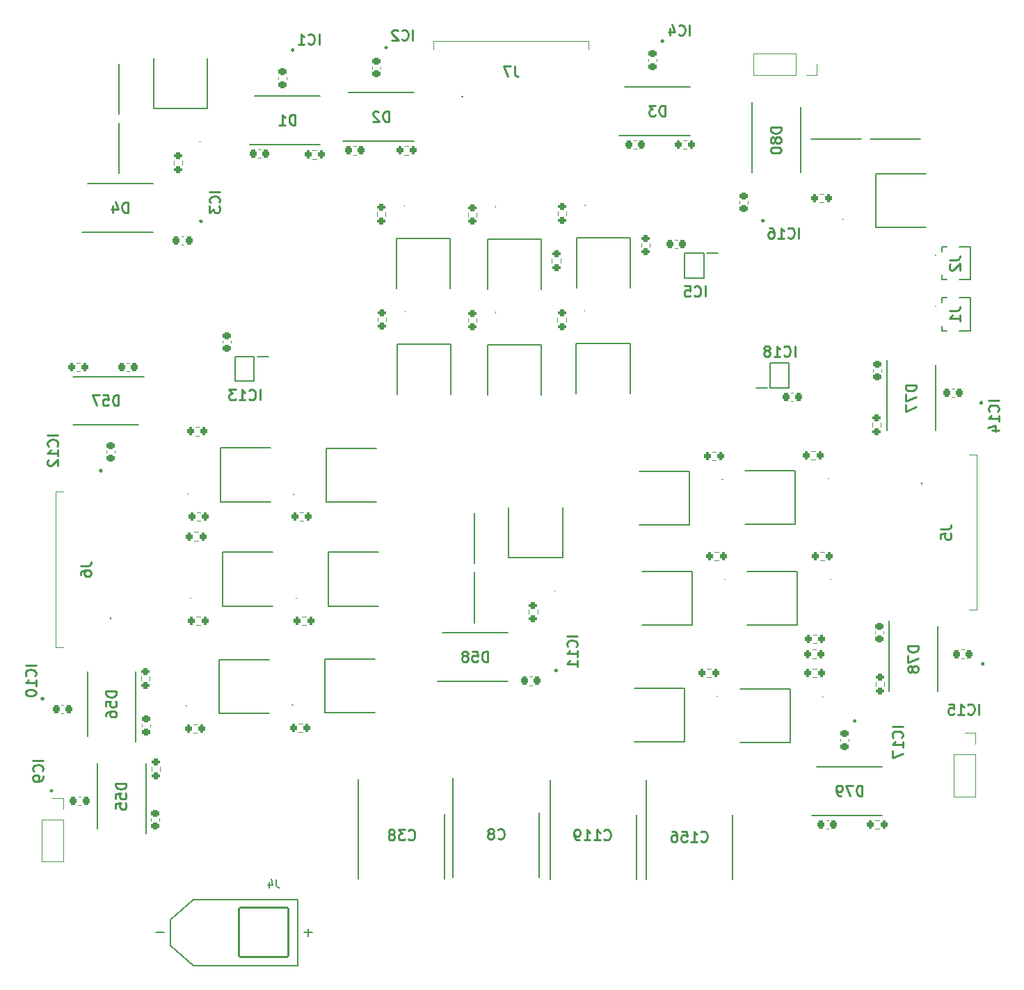
<source format=gbo>
%TF.GenerationSoftware,KiCad,Pcbnew,8.0.7*%
%TF.CreationDate,2025-01-21T13:47:34+01:00*%
%TF.ProjectId,motordriver,6d6f746f-7264-4726-9976-65722e6b6963,rev?*%
%TF.SameCoordinates,Original*%
%TF.FileFunction,Legend,Bot*%
%TF.FilePolarity,Positive*%
%FSLAX46Y46*%
G04 Gerber Fmt 4.6, Leading zero omitted, Abs format (unit mm)*
G04 Created by KiCad (PCBNEW 8.0.7) date 2025-01-21 13:47:34*
%MOMM*%
%LPD*%
G01*
G04 APERTURE LIST*
G04 Aperture macros list*
%AMRoundRect*
0 Rectangle with rounded corners*
0 $1 Rounding radius*
0 $2 $3 $4 $5 $6 $7 $8 $9 X,Y pos of 4 corners*
0 Add a 4 corners polygon primitive as box body*
4,1,4,$2,$3,$4,$5,$6,$7,$8,$9,$2,$3,0*
0 Add four circle primitives for the rounded corners*
1,1,$1+$1,$2,$3*
1,1,$1+$1,$4,$5*
1,1,$1+$1,$6,$7*
1,1,$1+$1,$8,$9*
0 Add four rect primitives between the rounded corners*
20,1,$1+$1,$2,$3,$4,$5,0*
20,1,$1+$1,$4,$5,$6,$7,0*
20,1,$1+$1,$6,$7,$8,$9,0*
20,1,$1+$1,$8,$9,$2,$3,0*%
G04 Aperture macros list end*
%ADD10C,0.254000*%
%ADD11C,0.150000*%
%ADD12C,0.250000*%
%ADD13C,0.120000*%
%ADD14C,0.200000*%
%ADD15C,0.100000*%
%ADD16C,0.127000*%
%ADD17C,5.600000*%
%ADD18R,1.700000X1.700000*%
%ADD19O,1.700000X1.700000*%
%ADD20C,0.650000*%
%ADD21C,2.000000*%
%ADD22R,0.350000X0.850000*%
%ADD23R,3.050000X2.650000*%
%ADD24RoundRect,0.200000X-0.275000X0.200000X-0.275000X-0.200000X0.275000X-0.200000X0.275000X0.200000X0*%
%ADD25RoundRect,0.200000X0.200000X0.275000X-0.200000X0.275000X-0.200000X-0.275000X0.200000X-0.275000X0*%
%ADD26RoundRect,0.225000X-0.250000X0.225000X-0.250000X-0.225000X0.250000X-0.225000X0.250000X0.225000X0*%
%ADD27R,1.450000X6.500000*%
%ADD28RoundRect,0.200000X0.275000X-0.200000X0.275000X0.200000X-0.275000X0.200000X-0.275000X-0.200000X0*%
%ADD29RoundRect,0.200000X-0.200000X-0.275000X0.200000X-0.275000X0.200000X0.275000X-0.200000X0.275000X0*%
%ADD30R,2.200000X1.200000*%
%ADD31R,6.400000X5.800000*%
%ADD32R,1.200000X2.200000*%
%ADD33R,5.800000X6.400000*%
%ADD34RoundRect,0.225000X0.225000X0.250000X-0.225000X0.250000X-0.225000X-0.250000X0.225000X-0.250000X0*%
%ADD35R,2.150000X5.100000*%
%ADD36R,3.150000X2.200000*%
%ADD37R,2.200000X3.150000*%
%ADD38R,0.850000X0.350000*%
%ADD39R,2.650000X3.050000*%
%ADD40RoundRect,0.225000X0.250000X-0.225000X0.250000X0.225000X-0.250000X0.225000X-0.250000X-0.225000X0*%
%ADD41R,0.900000X0.300000*%
%ADD42R,1.000000X0.520000*%
%ADD43R,1.400000X0.300000*%
%ADD44R,6.500000X1.450000*%
%ADD45RoundRect,0.225000X-0.225000X-0.250000X0.225000X-0.250000X0.225000X0.250000X-0.225000X0.250000X0*%
%ADD46R,2.000000X0.610000*%
%ADD47R,3.600000X2.680000*%
%ADD48C,6.204000*%
%ADD49RoundRect,0.102000X3.000000X3.000000X-3.000000X3.000000X-3.000000X-3.000000X3.000000X-3.000000X0*%
%ADD50R,0.610000X2.000000*%
%ADD51R,2.680000X3.600000*%
G04 APERTURE END LIST*
D10*
X99101819Y-81055475D02*
X97831819Y-81055475D01*
X98980866Y-82385952D02*
X99041343Y-82325476D01*
X99041343Y-82325476D02*
X99101819Y-82144047D01*
X99101819Y-82144047D02*
X99101819Y-82023095D01*
X99101819Y-82023095D02*
X99041343Y-81841666D01*
X99041343Y-81841666D02*
X98920390Y-81720714D01*
X98920390Y-81720714D02*
X98799438Y-81660237D01*
X98799438Y-81660237D02*
X98557533Y-81599761D01*
X98557533Y-81599761D02*
X98376104Y-81599761D01*
X98376104Y-81599761D02*
X98134200Y-81660237D01*
X98134200Y-81660237D02*
X98013247Y-81720714D01*
X98013247Y-81720714D02*
X97892295Y-81841666D01*
X97892295Y-81841666D02*
X97831819Y-82023095D01*
X97831819Y-82023095D02*
X97831819Y-82144047D01*
X97831819Y-82144047D02*
X97892295Y-82325476D01*
X97892295Y-82325476D02*
X97952771Y-82385952D01*
X99101819Y-83595476D02*
X99101819Y-82869761D01*
X99101819Y-83232618D02*
X97831819Y-83232618D01*
X97831819Y-83232618D02*
X98013247Y-83111666D01*
X98013247Y-83111666D02*
X98134200Y-82990714D01*
X98134200Y-82990714D02*
X98194676Y-82869761D01*
X97952771Y-84079285D02*
X97892295Y-84139761D01*
X97892295Y-84139761D02*
X97831819Y-84260714D01*
X97831819Y-84260714D02*
X97831819Y-84563095D01*
X97831819Y-84563095D02*
X97892295Y-84684047D01*
X97892295Y-84684047D02*
X97952771Y-84744523D01*
X97952771Y-84744523D02*
X98073723Y-84805000D01*
X98073723Y-84805000D02*
X98194676Y-84805000D01*
X98194676Y-84805000D02*
X98376104Y-84744523D01*
X98376104Y-84744523D02*
X99101819Y-84018809D01*
X99101819Y-84018809D02*
X99101819Y-84805000D01*
X152639167Y-130153365D02*
X152699643Y-130213842D01*
X152699643Y-130213842D02*
X152881072Y-130274318D01*
X152881072Y-130274318D02*
X153002024Y-130274318D01*
X153002024Y-130274318D02*
X153183453Y-130213842D01*
X153183453Y-130213842D02*
X153304405Y-130092889D01*
X153304405Y-130092889D02*
X153364882Y-129971937D01*
X153364882Y-129971937D02*
X153425358Y-129730032D01*
X153425358Y-129730032D02*
X153425358Y-129548603D01*
X153425358Y-129548603D02*
X153364882Y-129306699D01*
X153364882Y-129306699D02*
X153304405Y-129185746D01*
X153304405Y-129185746D02*
X153183453Y-129064794D01*
X153183453Y-129064794D02*
X153002024Y-129004318D01*
X153002024Y-129004318D02*
X152881072Y-129004318D01*
X152881072Y-129004318D02*
X152699643Y-129064794D01*
X152699643Y-129064794D02*
X152639167Y-129125270D01*
X151913453Y-129548603D02*
X152034405Y-129488127D01*
X152034405Y-129488127D02*
X152094882Y-129427651D01*
X152094882Y-129427651D02*
X152155358Y-129306699D01*
X152155358Y-129306699D02*
X152155358Y-129246222D01*
X152155358Y-129246222D02*
X152094882Y-129125270D01*
X152094882Y-129125270D02*
X152034405Y-129064794D01*
X152034405Y-129064794D02*
X151913453Y-129004318D01*
X151913453Y-129004318D02*
X151671548Y-129004318D01*
X151671548Y-129004318D02*
X151550596Y-129064794D01*
X151550596Y-129064794D02*
X151490120Y-129125270D01*
X151490120Y-129125270D02*
X151429643Y-129246222D01*
X151429643Y-129246222D02*
X151429643Y-129306699D01*
X151429643Y-129306699D02*
X151490120Y-129427651D01*
X151490120Y-129427651D02*
X151550596Y-129488127D01*
X151550596Y-129488127D02*
X151671548Y-129548603D01*
X151671548Y-129548603D02*
X151913453Y-129548603D01*
X151913453Y-129548603D02*
X152034405Y-129609080D01*
X152034405Y-129609080D02*
X152094882Y-129669556D01*
X152094882Y-129669556D02*
X152155358Y-129790508D01*
X152155358Y-129790508D02*
X152155358Y-130032413D01*
X152155358Y-130032413D02*
X152094882Y-130153365D01*
X152094882Y-130153365D02*
X152034405Y-130213842D01*
X152034405Y-130213842D02*
X151913453Y-130274318D01*
X151913453Y-130274318D02*
X151671548Y-130274318D01*
X151671548Y-130274318D02*
X151550596Y-130213842D01*
X151550596Y-130213842D02*
X151490120Y-130153365D01*
X151490120Y-130153365D02*
X151429643Y-130032413D01*
X151429643Y-130032413D02*
X151429643Y-129790508D01*
X151429643Y-129790508D02*
X151490120Y-129669556D01*
X151490120Y-129669556D02*
X151550596Y-129609080D01*
X151550596Y-129609080D02*
X151671548Y-129548603D01*
X203801819Y-106757857D02*
X202531819Y-106757857D01*
X202531819Y-106757857D02*
X202531819Y-107060238D01*
X202531819Y-107060238D02*
X202592295Y-107241667D01*
X202592295Y-107241667D02*
X202713247Y-107362619D01*
X202713247Y-107362619D02*
X202834200Y-107423096D01*
X202834200Y-107423096D02*
X203076104Y-107483572D01*
X203076104Y-107483572D02*
X203257533Y-107483572D01*
X203257533Y-107483572D02*
X203499438Y-107423096D01*
X203499438Y-107423096D02*
X203620390Y-107362619D01*
X203620390Y-107362619D02*
X203741343Y-107241667D01*
X203741343Y-107241667D02*
X203801819Y-107060238D01*
X203801819Y-107060238D02*
X203801819Y-106757857D01*
X202531819Y-107906905D02*
X202531819Y-108753572D01*
X202531819Y-108753572D02*
X203801819Y-108209286D01*
X203076104Y-109418810D02*
X203015628Y-109297858D01*
X203015628Y-109297858D02*
X202955152Y-109237381D01*
X202955152Y-109237381D02*
X202834200Y-109176905D01*
X202834200Y-109176905D02*
X202773723Y-109176905D01*
X202773723Y-109176905D02*
X202652771Y-109237381D01*
X202652771Y-109237381D02*
X202592295Y-109297858D01*
X202592295Y-109297858D02*
X202531819Y-109418810D01*
X202531819Y-109418810D02*
X202531819Y-109660715D01*
X202531819Y-109660715D02*
X202592295Y-109781667D01*
X202592295Y-109781667D02*
X202652771Y-109842143D01*
X202652771Y-109842143D02*
X202773723Y-109902620D01*
X202773723Y-109902620D02*
X202834200Y-109902620D01*
X202834200Y-109902620D02*
X202955152Y-109842143D01*
X202955152Y-109842143D02*
X203015628Y-109781667D01*
X203015628Y-109781667D02*
X203076104Y-109660715D01*
X203076104Y-109660715D02*
X203076104Y-109418810D01*
X203076104Y-109418810D02*
X203136581Y-109297858D01*
X203136581Y-109297858D02*
X203197057Y-109237381D01*
X203197057Y-109237381D02*
X203318009Y-109176905D01*
X203318009Y-109176905D02*
X203559914Y-109176905D01*
X203559914Y-109176905D02*
X203680866Y-109237381D01*
X203680866Y-109237381D02*
X203741343Y-109297858D01*
X203741343Y-109297858D02*
X203801819Y-109418810D01*
X203801819Y-109418810D02*
X203801819Y-109660715D01*
X203801819Y-109660715D02*
X203741343Y-109781667D01*
X203741343Y-109781667D02*
X203680866Y-109842143D01*
X203680866Y-109842143D02*
X203559914Y-109902620D01*
X203559914Y-109902620D02*
X203318009Y-109902620D01*
X203318009Y-109902620D02*
X203197057Y-109842143D01*
X203197057Y-109842143D02*
X203136581Y-109781667D01*
X203136581Y-109781667D02*
X203076104Y-109660715D01*
X139339882Y-42874318D02*
X139339882Y-41604318D01*
X139339882Y-41604318D02*
X139037501Y-41604318D01*
X139037501Y-41604318D02*
X138856072Y-41664794D01*
X138856072Y-41664794D02*
X138735120Y-41785746D01*
X138735120Y-41785746D02*
X138674643Y-41906699D01*
X138674643Y-41906699D02*
X138614167Y-42148603D01*
X138614167Y-42148603D02*
X138614167Y-42330032D01*
X138614167Y-42330032D02*
X138674643Y-42571937D01*
X138674643Y-42571937D02*
X138735120Y-42692889D01*
X138735120Y-42692889D02*
X138856072Y-42813842D01*
X138856072Y-42813842D02*
X139037501Y-42874318D01*
X139037501Y-42874318D02*
X139339882Y-42874318D01*
X138130358Y-41725270D02*
X138069882Y-41664794D01*
X138069882Y-41664794D02*
X137948929Y-41604318D01*
X137948929Y-41604318D02*
X137646548Y-41604318D01*
X137646548Y-41604318D02*
X137525596Y-41664794D01*
X137525596Y-41664794D02*
X137465120Y-41725270D01*
X137465120Y-41725270D02*
X137404643Y-41846222D01*
X137404643Y-41846222D02*
X137404643Y-41967175D01*
X137404643Y-41967175D02*
X137465120Y-42148603D01*
X137465120Y-42148603D02*
X138190834Y-42874318D01*
X138190834Y-42874318D02*
X137404643Y-42874318D01*
X213601819Y-76855475D02*
X212331819Y-76855475D01*
X213480866Y-78185952D02*
X213541343Y-78125476D01*
X213541343Y-78125476D02*
X213601819Y-77944047D01*
X213601819Y-77944047D02*
X213601819Y-77823095D01*
X213601819Y-77823095D02*
X213541343Y-77641666D01*
X213541343Y-77641666D02*
X213420390Y-77520714D01*
X213420390Y-77520714D02*
X213299438Y-77460237D01*
X213299438Y-77460237D02*
X213057533Y-77399761D01*
X213057533Y-77399761D02*
X212876104Y-77399761D01*
X212876104Y-77399761D02*
X212634200Y-77460237D01*
X212634200Y-77460237D02*
X212513247Y-77520714D01*
X212513247Y-77520714D02*
X212392295Y-77641666D01*
X212392295Y-77641666D02*
X212331819Y-77823095D01*
X212331819Y-77823095D02*
X212331819Y-77944047D01*
X212331819Y-77944047D02*
X212392295Y-78125476D01*
X212392295Y-78125476D02*
X212452771Y-78185952D01*
X213601819Y-79395476D02*
X213601819Y-78669761D01*
X213601819Y-79032618D02*
X212331819Y-79032618D01*
X212331819Y-79032618D02*
X212513247Y-78911666D01*
X212513247Y-78911666D02*
X212634200Y-78790714D01*
X212634200Y-78790714D02*
X212694676Y-78669761D01*
X212755152Y-80484047D02*
X213601819Y-80484047D01*
X212271343Y-80181666D02*
X213178485Y-79879285D01*
X213178485Y-79879285D02*
X213178485Y-80665476D01*
X151404644Y-108664318D02*
X151404644Y-107394318D01*
X151404644Y-107394318D02*
X151102263Y-107394318D01*
X151102263Y-107394318D02*
X150920834Y-107454794D01*
X150920834Y-107454794D02*
X150799882Y-107575746D01*
X150799882Y-107575746D02*
X150739405Y-107696699D01*
X150739405Y-107696699D02*
X150678929Y-107938603D01*
X150678929Y-107938603D02*
X150678929Y-108120032D01*
X150678929Y-108120032D02*
X150739405Y-108361937D01*
X150739405Y-108361937D02*
X150799882Y-108482889D01*
X150799882Y-108482889D02*
X150920834Y-108603842D01*
X150920834Y-108603842D02*
X151102263Y-108664318D01*
X151102263Y-108664318D02*
X151404644Y-108664318D01*
X149529882Y-107394318D02*
X150134644Y-107394318D01*
X150134644Y-107394318D02*
X150195120Y-107999080D01*
X150195120Y-107999080D02*
X150134644Y-107938603D01*
X150134644Y-107938603D02*
X150013691Y-107878127D01*
X150013691Y-107878127D02*
X149711310Y-107878127D01*
X149711310Y-107878127D02*
X149590358Y-107938603D01*
X149590358Y-107938603D02*
X149529882Y-107999080D01*
X149529882Y-107999080D02*
X149469405Y-108120032D01*
X149469405Y-108120032D02*
X149469405Y-108422413D01*
X149469405Y-108422413D02*
X149529882Y-108543365D01*
X149529882Y-108543365D02*
X149590358Y-108603842D01*
X149590358Y-108603842D02*
X149711310Y-108664318D01*
X149711310Y-108664318D02*
X150013691Y-108664318D01*
X150013691Y-108664318D02*
X150134644Y-108603842D01*
X150134644Y-108603842D02*
X150195120Y-108543365D01*
X148743691Y-107938603D02*
X148864643Y-107878127D01*
X148864643Y-107878127D02*
X148925120Y-107817651D01*
X148925120Y-107817651D02*
X148985596Y-107696699D01*
X148985596Y-107696699D02*
X148985596Y-107636222D01*
X148985596Y-107636222D02*
X148925120Y-107515270D01*
X148925120Y-107515270D02*
X148864643Y-107454794D01*
X148864643Y-107454794D02*
X148743691Y-107394318D01*
X148743691Y-107394318D02*
X148501786Y-107394318D01*
X148501786Y-107394318D02*
X148380834Y-107454794D01*
X148380834Y-107454794D02*
X148320358Y-107515270D01*
X148320358Y-107515270D02*
X148259881Y-107636222D01*
X148259881Y-107636222D02*
X148259881Y-107696699D01*
X148259881Y-107696699D02*
X148320358Y-107817651D01*
X148320358Y-107817651D02*
X148380834Y-107878127D01*
X148380834Y-107878127D02*
X148501786Y-107938603D01*
X148501786Y-107938603D02*
X148743691Y-107938603D01*
X148743691Y-107938603D02*
X148864643Y-107999080D01*
X148864643Y-107999080D02*
X148925120Y-108059556D01*
X148925120Y-108059556D02*
X148985596Y-108180508D01*
X148985596Y-108180508D02*
X148985596Y-108422413D01*
X148985596Y-108422413D02*
X148925120Y-108543365D01*
X148925120Y-108543365D02*
X148864643Y-108603842D01*
X148864643Y-108603842D02*
X148743691Y-108664318D01*
X148743691Y-108664318D02*
X148501786Y-108664318D01*
X148501786Y-108664318D02*
X148380834Y-108603842D01*
X148380834Y-108603842D02*
X148320358Y-108543365D01*
X148320358Y-108543365D02*
X148259881Y-108422413D01*
X148259881Y-108422413D02*
X148259881Y-108180508D01*
X148259881Y-108180508D02*
X148320358Y-108059556D01*
X148320358Y-108059556D02*
X148380834Y-107999080D01*
X148380834Y-107999080D02*
X148501786Y-107938603D01*
X207581819Y-59716667D02*
X208488962Y-59716667D01*
X208488962Y-59716667D02*
X208670390Y-59656190D01*
X208670390Y-59656190D02*
X208791343Y-59535238D01*
X208791343Y-59535238D02*
X208851819Y-59353809D01*
X208851819Y-59353809D02*
X208851819Y-59232857D01*
X207702771Y-60260952D02*
X207642295Y-60321428D01*
X207642295Y-60321428D02*
X207581819Y-60442381D01*
X207581819Y-60442381D02*
X207581819Y-60744762D01*
X207581819Y-60744762D02*
X207642295Y-60865714D01*
X207642295Y-60865714D02*
X207702771Y-60926190D01*
X207702771Y-60926190D02*
X207823723Y-60986667D01*
X207823723Y-60986667D02*
X207944676Y-60986667D01*
X207944676Y-60986667D02*
X208126104Y-60926190D01*
X208126104Y-60926190D02*
X208851819Y-60200476D01*
X208851819Y-60200476D02*
X208851819Y-60986667D01*
X106469644Y-77449318D02*
X106469644Y-76179318D01*
X106469644Y-76179318D02*
X106167263Y-76179318D01*
X106167263Y-76179318D02*
X105985834Y-76239794D01*
X105985834Y-76239794D02*
X105864882Y-76360746D01*
X105864882Y-76360746D02*
X105804405Y-76481699D01*
X105804405Y-76481699D02*
X105743929Y-76723603D01*
X105743929Y-76723603D02*
X105743929Y-76905032D01*
X105743929Y-76905032D02*
X105804405Y-77146937D01*
X105804405Y-77146937D02*
X105864882Y-77267889D01*
X105864882Y-77267889D02*
X105985834Y-77388842D01*
X105985834Y-77388842D02*
X106167263Y-77449318D01*
X106167263Y-77449318D02*
X106469644Y-77449318D01*
X104594882Y-76179318D02*
X105199644Y-76179318D01*
X105199644Y-76179318D02*
X105260120Y-76784080D01*
X105260120Y-76784080D02*
X105199644Y-76723603D01*
X105199644Y-76723603D02*
X105078691Y-76663127D01*
X105078691Y-76663127D02*
X104776310Y-76663127D01*
X104776310Y-76663127D02*
X104655358Y-76723603D01*
X104655358Y-76723603D02*
X104594882Y-76784080D01*
X104594882Y-76784080D02*
X104534405Y-76905032D01*
X104534405Y-76905032D02*
X104534405Y-77207413D01*
X104534405Y-77207413D02*
X104594882Y-77328365D01*
X104594882Y-77328365D02*
X104655358Y-77388842D01*
X104655358Y-77388842D02*
X104776310Y-77449318D01*
X104776310Y-77449318D02*
X105078691Y-77449318D01*
X105078691Y-77449318D02*
X105199644Y-77388842D01*
X105199644Y-77388842D02*
X105260120Y-77328365D01*
X104111072Y-76179318D02*
X103264405Y-76179318D01*
X103264405Y-76179318D02*
X103808691Y-77449318D01*
X130867263Y-33474318D02*
X130867263Y-32204318D01*
X129536786Y-33353365D02*
X129597262Y-33413842D01*
X129597262Y-33413842D02*
X129778691Y-33474318D01*
X129778691Y-33474318D02*
X129899643Y-33474318D01*
X129899643Y-33474318D02*
X130081072Y-33413842D01*
X130081072Y-33413842D02*
X130202024Y-33292889D01*
X130202024Y-33292889D02*
X130262501Y-33171937D01*
X130262501Y-33171937D02*
X130322977Y-32930032D01*
X130322977Y-32930032D02*
X130322977Y-32748603D01*
X130322977Y-32748603D02*
X130262501Y-32506699D01*
X130262501Y-32506699D02*
X130202024Y-32385746D01*
X130202024Y-32385746D02*
X130081072Y-32264794D01*
X130081072Y-32264794D02*
X129899643Y-32204318D01*
X129899643Y-32204318D02*
X129778691Y-32204318D01*
X129778691Y-32204318D02*
X129597262Y-32264794D01*
X129597262Y-32264794D02*
X129536786Y-32325270D01*
X128327262Y-33474318D02*
X129052977Y-33474318D01*
X128690120Y-33474318D02*
X128690120Y-32204318D01*
X128690120Y-32204318D02*
X128811072Y-32385746D01*
X128811072Y-32385746D02*
X128932024Y-32506699D01*
X128932024Y-32506699D02*
X129052977Y-32567175D01*
X196969644Y-124974318D02*
X196969644Y-123704318D01*
X196969644Y-123704318D02*
X196667263Y-123704318D01*
X196667263Y-123704318D02*
X196485834Y-123764794D01*
X196485834Y-123764794D02*
X196364882Y-123885746D01*
X196364882Y-123885746D02*
X196304405Y-124006699D01*
X196304405Y-124006699D02*
X196243929Y-124248603D01*
X196243929Y-124248603D02*
X196243929Y-124430032D01*
X196243929Y-124430032D02*
X196304405Y-124671937D01*
X196304405Y-124671937D02*
X196364882Y-124792889D01*
X196364882Y-124792889D02*
X196485834Y-124913842D01*
X196485834Y-124913842D02*
X196667263Y-124974318D01*
X196667263Y-124974318D02*
X196969644Y-124974318D01*
X195820596Y-123704318D02*
X194973929Y-123704318D01*
X194973929Y-123704318D02*
X195518215Y-124974318D01*
X194429643Y-124974318D02*
X194187739Y-124974318D01*
X194187739Y-124974318D02*
X194066786Y-124913842D01*
X194066786Y-124913842D02*
X194006310Y-124853365D01*
X194006310Y-124853365D02*
X193885358Y-124671937D01*
X193885358Y-124671937D02*
X193824881Y-124430032D01*
X193824881Y-124430032D02*
X193824881Y-123946222D01*
X193824881Y-123946222D02*
X193885358Y-123825270D01*
X193885358Y-123825270D02*
X193945834Y-123764794D01*
X193945834Y-123764794D02*
X194066786Y-123704318D01*
X194066786Y-123704318D02*
X194308691Y-123704318D01*
X194308691Y-123704318D02*
X194429643Y-123764794D01*
X194429643Y-123764794D02*
X194490120Y-123825270D01*
X194490120Y-123825270D02*
X194550596Y-123946222D01*
X194550596Y-123946222D02*
X194550596Y-124248603D01*
X194550596Y-124248603D02*
X194490120Y-124369556D01*
X194490120Y-124369556D02*
X194429643Y-124430032D01*
X194429643Y-124430032D02*
X194308691Y-124490508D01*
X194308691Y-124490508D02*
X194066786Y-124490508D01*
X194066786Y-124490508D02*
X193945834Y-124430032D01*
X193945834Y-124430032D02*
X193885358Y-124369556D01*
X193885358Y-124369556D02*
X193824881Y-124248603D01*
X123672025Y-76774318D02*
X123672025Y-75504318D01*
X122341548Y-76653365D02*
X122402024Y-76713842D01*
X122402024Y-76713842D02*
X122583453Y-76774318D01*
X122583453Y-76774318D02*
X122704405Y-76774318D01*
X122704405Y-76774318D02*
X122885834Y-76713842D01*
X122885834Y-76713842D02*
X123006786Y-76592889D01*
X123006786Y-76592889D02*
X123067263Y-76471937D01*
X123067263Y-76471937D02*
X123127739Y-76230032D01*
X123127739Y-76230032D02*
X123127739Y-76048603D01*
X123127739Y-76048603D02*
X123067263Y-75806699D01*
X123067263Y-75806699D02*
X123006786Y-75685746D01*
X123006786Y-75685746D02*
X122885834Y-75564794D01*
X122885834Y-75564794D02*
X122704405Y-75504318D01*
X122704405Y-75504318D02*
X122583453Y-75504318D01*
X122583453Y-75504318D02*
X122402024Y-75564794D01*
X122402024Y-75564794D02*
X122341548Y-75625270D01*
X121132024Y-76774318D02*
X121857739Y-76774318D01*
X121494882Y-76774318D02*
X121494882Y-75504318D01*
X121494882Y-75504318D02*
X121615834Y-75685746D01*
X121615834Y-75685746D02*
X121736786Y-75806699D01*
X121736786Y-75806699D02*
X121857739Y-75867175D01*
X120708691Y-75504318D02*
X119922500Y-75504318D01*
X119922500Y-75504318D02*
X120345834Y-75988127D01*
X120345834Y-75988127D02*
X120164405Y-75988127D01*
X120164405Y-75988127D02*
X120043453Y-76048603D01*
X120043453Y-76048603D02*
X119982977Y-76109080D01*
X119982977Y-76109080D02*
X119922500Y-76230032D01*
X119922500Y-76230032D02*
X119922500Y-76532413D01*
X119922500Y-76532413D02*
X119982977Y-76653365D01*
X119982977Y-76653365D02*
X120043453Y-76713842D01*
X120043453Y-76713842D02*
X120164405Y-76774318D01*
X120164405Y-76774318D02*
X120527262Y-76774318D01*
X120527262Y-76774318D02*
X120648215Y-76713842D01*
X120648215Y-76713842D02*
X120708691Y-76653365D01*
X177348691Y-130453365D02*
X177409167Y-130513842D01*
X177409167Y-130513842D02*
X177590596Y-130574318D01*
X177590596Y-130574318D02*
X177711548Y-130574318D01*
X177711548Y-130574318D02*
X177892977Y-130513842D01*
X177892977Y-130513842D02*
X178013929Y-130392889D01*
X178013929Y-130392889D02*
X178074406Y-130271937D01*
X178074406Y-130271937D02*
X178134882Y-130030032D01*
X178134882Y-130030032D02*
X178134882Y-129848603D01*
X178134882Y-129848603D02*
X178074406Y-129606699D01*
X178074406Y-129606699D02*
X178013929Y-129485746D01*
X178013929Y-129485746D02*
X177892977Y-129364794D01*
X177892977Y-129364794D02*
X177711548Y-129304318D01*
X177711548Y-129304318D02*
X177590596Y-129304318D01*
X177590596Y-129304318D02*
X177409167Y-129364794D01*
X177409167Y-129364794D02*
X177348691Y-129425270D01*
X176139167Y-130574318D02*
X176864882Y-130574318D01*
X176502025Y-130574318D02*
X176502025Y-129304318D01*
X176502025Y-129304318D02*
X176622977Y-129485746D01*
X176622977Y-129485746D02*
X176743929Y-129606699D01*
X176743929Y-129606699D02*
X176864882Y-129667175D01*
X174990120Y-129304318D02*
X175594882Y-129304318D01*
X175594882Y-129304318D02*
X175655358Y-129909080D01*
X175655358Y-129909080D02*
X175594882Y-129848603D01*
X175594882Y-129848603D02*
X175473929Y-129788127D01*
X175473929Y-129788127D02*
X175171548Y-129788127D01*
X175171548Y-129788127D02*
X175050596Y-129848603D01*
X175050596Y-129848603D02*
X174990120Y-129909080D01*
X174990120Y-129909080D02*
X174929643Y-130030032D01*
X174929643Y-130030032D02*
X174929643Y-130332413D01*
X174929643Y-130332413D02*
X174990120Y-130453365D01*
X174990120Y-130453365D02*
X175050596Y-130513842D01*
X175050596Y-130513842D02*
X175171548Y-130574318D01*
X175171548Y-130574318D02*
X175473929Y-130574318D01*
X175473929Y-130574318D02*
X175594882Y-130513842D01*
X175594882Y-130513842D02*
X175655358Y-130453365D01*
X173841072Y-129304318D02*
X174082977Y-129304318D01*
X174082977Y-129304318D02*
X174203929Y-129364794D01*
X174203929Y-129364794D02*
X174264405Y-129425270D01*
X174264405Y-129425270D02*
X174385358Y-129606699D01*
X174385358Y-129606699D02*
X174445834Y-129848603D01*
X174445834Y-129848603D02*
X174445834Y-130332413D01*
X174445834Y-130332413D02*
X174385358Y-130453365D01*
X174385358Y-130453365D02*
X174324881Y-130513842D01*
X174324881Y-130513842D02*
X174203929Y-130574318D01*
X174203929Y-130574318D02*
X173962024Y-130574318D01*
X173962024Y-130574318D02*
X173841072Y-130513842D01*
X173841072Y-130513842D02*
X173780596Y-130453365D01*
X173780596Y-130453365D02*
X173720119Y-130332413D01*
X173720119Y-130332413D02*
X173720119Y-130030032D01*
X173720119Y-130030032D02*
X173780596Y-129909080D01*
X173780596Y-129909080D02*
X173841072Y-129848603D01*
X173841072Y-129848603D02*
X173962024Y-129788127D01*
X173962024Y-129788127D02*
X174203929Y-129788127D01*
X174203929Y-129788127D02*
X174324881Y-129848603D01*
X174324881Y-129848603D02*
X174385358Y-129909080D01*
X174385358Y-129909080D02*
X174445834Y-130030032D01*
X96401819Y-109055475D02*
X95131819Y-109055475D01*
X96280866Y-110385952D02*
X96341343Y-110325476D01*
X96341343Y-110325476D02*
X96401819Y-110144047D01*
X96401819Y-110144047D02*
X96401819Y-110023095D01*
X96401819Y-110023095D02*
X96341343Y-109841666D01*
X96341343Y-109841666D02*
X96220390Y-109720714D01*
X96220390Y-109720714D02*
X96099438Y-109660237D01*
X96099438Y-109660237D02*
X95857533Y-109599761D01*
X95857533Y-109599761D02*
X95676104Y-109599761D01*
X95676104Y-109599761D02*
X95434200Y-109660237D01*
X95434200Y-109660237D02*
X95313247Y-109720714D01*
X95313247Y-109720714D02*
X95192295Y-109841666D01*
X95192295Y-109841666D02*
X95131819Y-110023095D01*
X95131819Y-110023095D02*
X95131819Y-110144047D01*
X95131819Y-110144047D02*
X95192295Y-110325476D01*
X95192295Y-110325476D02*
X95252771Y-110385952D01*
X96401819Y-111595476D02*
X96401819Y-110869761D01*
X96401819Y-111232618D02*
X95131819Y-111232618D01*
X95131819Y-111232618D02*
X95313247Y-111111666D01*
X95313247Y-111111666D02*
X95434200Y-110990714D01*
X95434200Y-110990714D02*
X95494676Y-110869761D01*
X95131819Y-112381666D02*
X95131819Y-112502619D01*
X95131819Y-112502619D02*
X95192295Y-112623571D01*
X95192295Y-112623571D02*
X95252771Y-112684047D01*
X95252771Y-112684047D02*
X95373723Y-112744523D01*
X95373723Y-112744523D02*
X95615628Y-112805000D01*
X95615628Y-112805000D02*
X95918009Y-112805000D01*
X95918009Y-112805000D02*
X96159914Y-112744523D01*
X96159914Y-112744523D02*
X96280866Y-112684047D01*
X96280866Y-112684047D02*
X96341343Y-112623571D01*
X96341343Y-112623571D02*
X96401819Y-112502619D01*
X96401819Y-112502619D02*
X96401819Y-112381666D01*
X96401819Y-112381666D02*
X96341343Y-112260714D01*
X96341343Y-112260714D02*
X96280866Y-112200238D01*
X96280866Y-112200238D02*
X96159914Y-112139761D01*
X96159914Y-112139761D02*
X95918009Y-112079285D01*
X95918009Y-112079285D02*
X95615628Y-112079285D01*
X95615628Y-112079285D02*
X95373723Y-112139761D01*
X95373723Y-112139761D02*
X95252771Y-112200238D01*
X95252771Y-112200238D02*
X95192295Y-112260714D01*
X95192295Y-112260714D02*
X95131819Y-112381666D01*
X189272025Y-57074318D02*
X189272025Y-55804318D01*
X187941548Y-56953365D02*
X188002024Y-57013842D01*
X188002024Y-57013842D02*
X188183453Y-57074318D01*
X188183453Y-57074318D02*
X188304405Y-57074318D01*
X188304405Y-57074318D02*
X188485834Y-57013842D01*
X188485834Y-57013842D02*
X188606786Y-56892889D01*
X188606786Y-56892889D02*
X188667263Y-56771937D01*
X188667263Y-56771937D02*
X188727739Y-56530032D01*
X188727739Y-56530032D02*
X188727739Y-56348603D01*
X188727739Y-56348603D02*
X188667263Y-56106699D01*
X188667263Y-56106699D02*
X188606786Y-55985746D01*
X188606786Y-55985746D02*
X188485834Y-55864794D01*
X188485834Y-55864794D02*
X188304405Y-55804318D01*
X188304405Y-55804318D02*
X188183453Y-55804318D01*
X188183453Y-55804318D02*
X188002024Y-55864794D01*
X188002024Y-55864794D02*
X187941548Y-55925270D01*
X186732024Y-57074318D02*
X187457739Y-57074318D01*
X187094882Y-57074318D02*
X187094882Y-55804318D01*
X187094882Y-55804318D02*
X187215834Y-55985746D01*
X187215834Y-55985746D02*
X187336786Y-56106699D01*
X187336786Y-56106699D02*
X187457739Y-56167175D01*
X185643453Y-55804318D02*
X185885358Y-55804318D01*
X185885358Y-55804318D02*
X186006310Y-55864794D01*
X186006310Y-55864794D02*
X186066786Y-55925270D01*
X186066786Y-55925270D02*
X186187739Y-56106699D01*
X186187739Y-56106699D02*
X186248215Y-56348603D01*
X186248215Y-56348603D02*
X186248215Y-56832413D01*
X186248215Y-56832413D02*
X186187739Y-56953365D01*
X186187739Y-56953365D02*
X186127262Y-57013842D01*
X186127262Y-57013842D02*
X186006310Y-57074318D01*
X186006310Y-57074318D02*
X185764405Y-57074318D01*
X185764405Y-57074318D02*
X185643453Y-57013842D01*
X185643453Y-57013842D02*
X185582977Y-56953365D01*
X185582977Y-56953365D02*
X185522500Y-56832413D01*
X185522500Y-56832413D02*
X185522500Y-56530032D01*
X185522500Y-56530032D02*
X185582977Y-56409080D01*
X185582977Y-56409080D02*
X185643453Y-56348603D01*
X185643453Y-56348603D02*
X185764405Y-56288127D01*
X185764405Y-56288127D02*
X186006310Y-56288127D01*
X186006310Y-56288127D02*
X186127262Y-56348603D01*
X186127262Y-56348603D02*
X186187739Y-56409080D01*
X186187739Y-56409080D02*
X186248215Y-56530032D01*
X118801819Y-51410237D02*
X117531819Y-51410237D01*
X118680866Y-52740714D02*
X118741343Y-52680238D01*
X118741343Y-52680238D02*
X118801819Y-52498809D01*
X118801819Y-52498809D02*
X118801819Y-52377857D01*
X118801819Y-52377857D02*
X118741343Y-52196428D01*
X118741343Y-52196428D02*
X118620390Y-52075476D01*
X118620390Y-52075476D02*
X118499438Y-52014999D01*
X118499438Y-52014999D02*
X118257533Y-51954523D01*
X118257533Y-51954523D02*
X118076104Y-51954523D01*
X118076104Y-51954523D02*
X117834200Y-52014999D01*
X117834200Y-52014999D02*
X117713247Y-52075476D01*
X117713247Y-52075476D02*
X117592295Y-52196428D01*
X117592295Y-52196428D02*
X117531819Y-52377857D01*
X117531819Y-52377857D02*
X117531819Y-52498809D01*
X117531819Y-52498809D02*
X117592295Y-52680238D01*
X117592295Y-52680238D02*
X117652771Y-52740714D01*
X117531819Y-53164047D02*
X117531819Y-53950238D01*
X117531819Y-53950238D02*
X118015628Y-53526904D01*
X118015628Y-53526904D02*
X118015628Y-53708333D01*
X118015628Y-53708333D02*
X118076104Y-53829285D01*
X118076104Y-53829285D02*
X118136581Y-53889761D01*
X118136581Y-53889761D02*
X118257533Y-53950238D01*
X118257533Y-53950238D02*
X118559914Y-53950238D01*
X118559914Y-53950238D02*
X118680866Y-53889761D01*
X118680866Y-53889761D02*
X118741343Y-53829285D01*
X118741343Y-53829285D02*
X118801819Y-53708333D01*
X118801819Y-53708333D02*
X118801819Y-53345476D01*
X118801819Y-53345476D02*
X118741343Y-53224523D01*
X118741343Y-53224523D02*
X118680866Y-53164047D01*
X172964882Y-42174318D02*
X172964882Y-40904318D01*
X172964882Y-40904318D02*
X172662501Y-40904318D01*
X172662501Y-40904318D02*
X172481072Y-40964794D01*
X172481072Y-40964794D02*
X172360120Y-41085746D01*
X172360120Y-41085746D02*
X172299643Y-41206699D01*
X172299643Y-41206699D02*
X172239167Y-41448603D01*
X172239167Y-41448603D02*
X172239167Y-41630032D01*
X172239167Y-41630032D02*
X172299643Y-41871937D01*
X172299643Y-41871937D02*
X172360120Y-41992889D01*
X172360120Y-41992889D02*
X172481072Y-42113842D01*
X172481072Y-42113842D02*
X172662501Y-42174318D01*
X172662501Y-42174318D02*
X172964882Y-42174318D01*
X171815834Y-40904318D02*
X171029643Y-40904318D01*
X171029643Y-40904318D02*
X171452977Y-41388127D01*
X171452977Y-41388127D02*
X171271548Y-41388127D01*
X171271548Y-41388127D02*
X171150596Y-41448603D01*
X171150596Y-41448603D02*
X171090120Y-41509080D01*
X171090120Y-41509080D02*
X171029643Y-41630032D01*
X171029643Y-41630032D02*
X171029643Y-41932413D01*
X171029643Y-41932413D02*
X171090120Y-42053365D01*
X171090120Y-42053365D02*
X171150596Y-42113842D01*
X171150596Y-42113842D02*
X171271548Y-42174318D01*
X171271548Y-42174318D02*
X171634405Y-42174318D01*
X171634405Y-42174318D02*
X171755358Y-42113842D01*
X171755358Y-42113842D02*
X171815834Y-42053365D01*
X177867263Y-64174318D02*
X177867263Y-62904318D01*
X176536786Y-64053365D02*
X176597262Y-64113842D01*
X176597262Y-64113842D02*
X176778691Y-64174318D01*
X176778691Y-64174318D02*
X176899643Y-64174318D01*
X176899643Y-64174318D02*
X177081072Y-64113842D01*
X177081072Y-64113842D02*
X177202024Y-63992889D01*
X177202024Y-63992889D02*
X177262501Y-63871937D01*
X177262501Y-63871937D02*
X177322977Y-63630032D01*
X177322977Y-63630032D02*
X177322977Y-63448603D01*
X177322977Y-63448603D02*
X177262501Y-63206699D01*
X177262501Y-63206699D02*
X177202024Y-63085746D01*
X177202024Y-63085746D02*
X177081072Y-62964794D01*
X177081072Y-62964794D02*
X176899643Y-62904318D01*
X176899643Y-62904318D02*
X176778691Y-62904318D01*
X176778691Y-62904318D02*
X176597262Y-62964794D01*
X176597262Y-62964794D02*
X176536786Y-63025270D01*
X175387739Y-62904318D02*
X175992501Y-62904318D01*
X175992501Y-62904318D02*
X176052977Y-63509080D01*
X176052977Y-63509080D02*
X175992501Y-63448603D01*
X175992501Y-63448603D02*
X175871548Y-63388127D01*
X175871548Y-63388127D02*
X175569167Y-63388127D01*
X175569167Y-63388127D02*
X175448215Y-63448603D01*
X175448215Y-63448603D02*
X175387739Y-63509080D01*
X175387739Y-63509080D02*
X175327262Y-63630032D01*
X175327262Y-63630032D02*
X175327262Y-63932413D01*
X175327262Y-63932413D02*
X175387739Y-64053365D01*
X175387739Y-64053365D02*
X175448215Y-64113842D01*
X175448215Y-64113842D02*
X175569167Y-64174318D01*
X175569167Y-64174318D02*
X175871548Y-64174318D01*
X175871548Y-64174318D02*
X175992501Y-64113842D01*
X175992501Y-64113842D02*
X176052977Y-64053365D01*
X101831819Y-96976667D02*
X102738962Y-96976667D01*
X102738962Y-96976667D02*
X102920390Y-96916190D01*
X102920390Y-96916190D02*
X103041343Y-96795238D01*
X103041343Y-96795238D02*
X103101819Y-96613809D01*
X103101819Y-96613809D02*
X103101819Y-96492857D01*
X101831819Y-98125714D02*
X101831819Y-97883809D01*
X101831819Y-97883809D02*
X101892295Y-97762857D01*
X101892295Y-97762857D02*
X101952771Y-97702381D01*
X101952771Y-97702381D02*
X102134200Y-97581428D01*
X102134200Y-97581428D02*
X102376104Y-97520952D01*
X102376104Y-97520952D02*
X102859914Y-97520952D01*
X102859914Y-97520952D02*
X102980866Y-97581428D01*
X102980866Y-97581428D02*
X103041343Y-97641905D01*
X103041343Y-97641905D02*
X103101819Y-97762857D01*
X103101819Y-97762857D02*
X103101819Y-98004762D01*
X103101819Y-98004762D02*
X103041343Y-98125714D01*
X103041343Y-98125714D02*
X102980866Y-98186190D01*
X102980866Y-98186190D02*
X102859914Y-98246667D01*
X102859914Y-98246667D02*
X102557533Y-98246667D01*
X102557533Y-98246667D02*
X102436581Y-98186190D01*
X102436581Y-98186190D02*
X102376104Y-98125714D01*
X102376104Y-98125714D02*
X102315628Y-98004762D01*
X102315628Y-98004762D02*
X102315628Y-97762857D01*
X102315628Y-97762857D02*
X102376104Y-97641905D01*
X102376104Y-97641905D02*
X102436581Y-97581428D01*
X102436581Y-97581428D02*
X102557533Y-97520952D01*
X207581819Y-65916667D02*
X208488962Y-65916667D01*
X208488962Y-65916667D02*
X208670390Y-65856190D01*
X208670390Y-65856190D02*
X208791343Y-65735238D01*
X208791343Y-65735238D02*
X208851819Y-65553809D01*
X208851819Y-65553809D02*
X208851819Y-65432857D01*
X208851819Y-67186667D02*
X208851819Y-66460952D01*
X208851819Y-66823809D02*
X207581819Y-66823809D01*
X207581819Y-66823809D02*
X207763247Y-66702857D01*
X207763247Y-66702857D02*
X207884200Y-66581905D01*
X207884200Y-66581905D02*
X207944676Y-66460952D01*
X175967263Y-32374318D02*
X175967263Y-31104318D01*
X174636786Y-32253365D02*
X174697262Y-32313842D01*
X174697262Y-32313842D02*
X174878691Y-32374318D01*
X174878691Y-32374318D02*
X174999643Y-32374318D01*
X174999643Y-32374318D02*
X175181072Y-32313842D01*
X175181072Y-32313842D02*
X175302024Y-32192889D01*
X175302024Y-32192889D02*
X175362501Y-32071937D01*
X175362501Y-32071937D02*
X175422977Y-31830032D01*
X175422977Y-31830032D02*
X175422977Y-31648603D01*
X175422977Y-31648603D02*
X175362501Y-31406699D01*
X175362501Y-31406699D02*
X175302024Y-31285746D01*
X175302024Y-31285746D02*
X175181072Y-31164794D01*
X175181072Y-31164794D02*
X174999643Y-31104318D01*
X174999643Y-31104318D02*
X174878691Y-31104318D01*
X174878691Y-31104318D02*
X174697262Y-31164794D01*
X174697262Y-31164794D02*
X174636786Y-31225270D01*
X173548215Y-31527651D02*
X173548215Y-32374318D01*
X173850596Y-31043842D02*
X174152977Y-31950984D01*
X174152977Y-31950984D02*
X173366786Y-31950984D01*
X127964882Y-43274318D02*
X127964882Y-42004318D01*
X127964882Y-42004318D02*
X127662501Y-42004318D01*
X127662501Y-42004318D02*
X127481072Y-42064794D01*
X127481072Y-42064794D02*
X127360120Y-42185746D01*
X127360120Y-42185746D02*
X127299643Y-42306699D01*
X127299643Y-42306699D02*
X127239167Y-42548603D01*
X127239167Y-42548603D02*
X127239167Y-42730032D01*
X127239167Y-42730032D02*
X127299643Y-42971937D01*
X127299643Y-42971937D02*
X127360120Y-43092889D01*
X127360120Y-43092889D02*
X127481072Y-43213842D01*
X127481072Y-43213842D02*
X127662501Y-43274318D01*
X127662501Y-43274318D02*
X127964882Y-43274318D01*
X126029643Y-43274318D02*
X126755358Y-43274318D01*
X126392501Y-43274318D02*
X126392501Y-42004318D01*
X126392501Y-42004318D02*
X126513453Y-42185746D01*
X126513453Y-42185746D02*
X126634405Y-42306699D01*
X126634405Y-42306699D02*
X126755358Y-42367175D01*
X97301819Y-120660237D02*
X96031819Y-120660237D01*
X97180866Y-121990714D02*
X97241343Y-121930238D01*
X97241343Y-121930238D02*
X97301819Y-121748809D01*
X97301819Y-121748809D02*
X97301819Y-121627857D01*
X97301819Y-121627857D02*
X97241343Y-121446428D01*
X97241343Y-121446428D02*
X97120390Y-121325476D01*
X97120390Y-121325476D02*
X96999438Y-121264999D01*
X96999438Y-121264999D02*
X96757533Y-121204523D01*
X96757533Y-121204523D02*
X96576104Y-121204523D01*
X96576104Y-121204523D02*
X96334200Y-121264999D01*
X96334200Y-121264999D02*
X96213247Y-121325476D01*
X96213247Y-121325476D02*
X96092295Y-121446428D01*
X96092295Y-121446428D02*
X96031819Y-121627857D01*
X96031819Y-121627857D02*
X96031819Y-121748809D01*
X96031819Y-121748809D02*
X96092295Y-121930238D01*
X96092295Y-121930238D02*
X96152771Y-121990714D01*
X97301819Y-122595476D02*
X97301819Y-122837380D01*
X97301819Y-122837380D02*
X97241343Y-122958333D01*
X97241343Y-122958333D02*
X97180866Y-123018809D01*
X97180866Y-123018809D02*
X96999438Y-123139761D01*
X96999438Y-123139761D02*
X96757533Y-123200238D01*
X96757533Y-123200238D02*
X96273723Y-123200238D01*
X96273723Y-123200238D02*
X96152771Y-123139761D01*
X96152771Y-123139761D02*
X96092295Y-123079285D01*
X96092295Y-123079285D02*
X96031819Y-122958333D01*
X96031819Y-122958333D02*
X96031819Y-122716428D01*
X96031819Y-122716428D02*
X96092295Y-122595476D01*
X96092295Y-122595476D02*
X96152771Y-122534999D01*
X96152771Y-122534999D02*
X96273723Y-122474523D01*
X96273723Y-122474523D02*
X96576104Y-122474523D01*
X96576104Y-122474523D02*
X96697057Y-122534999D01*
X96697057Y-122534999D02*
X96757533Y-122595476D01*
X96757533Y-122595476D02*
X96818009Y-122716428D01*
X96818009Y-122716428D02*
X96818009Y-122958333D01*
X96818009Y-122958333D02*
X96757533Y-123079285D01*
X96757533Y-123079285D02*
X96697057Y-123139761D01*
X96697057Y-123139761D02*
X96576104Y-123200238D01*
X162301819Y-105505475D02*
X161031819Y-105505475D01*
X162180866Y-106835952D02*
X162241343Y-106775476D01*
X162241343Y-106775476D02*
X162301819Y-106594047D01*
X162301819Y-106594047D02*
X162301819Y-106473095D01*
X162301819Y-106473095D02*
X162241343Y-106291666D01*
X162241343Y-106291666D02*
X162120390Y-106170714D01*
X162120390Y-106170714D02*
X161999438Y-106110237D01*
X161999438Y-106110237D02*
X161757533Y-106049761D01*
X161757533Y-106049761D02*
X161576104Y-106049761D01*
X161576104Y-106049761D02*
X161334200Y-106110237D01*
X161334200Y-106110237D02*
X161213247Y-106170714D01*
X161213247Y-106170714D02*
X161092295Y-106291666D01*
X161092295Y-106291666D02*
X161031819Y-106473095D01*
X161031819Y-106473095D02*
X161031819Y-106594047D01*
X161031819Y-106594047D02*
X161092295Y-106775476D01*
X161092295Y-106775476D02*
X161152771Y-106835952D01*
X162301819Y-108045476D02*
X162301819Y-107319761D01*
X162301819Y-107682618D02*
X161031819Y-107682618D01*
X161031819Y-107682618D02*
X161213247Y-107561666D01*
X161213247Y-107561666D02*
X161334200Y-107440714D01*
X161334200Y-107440714D02*
X161394676Y-107319761D01*
X162301819Y-109255000D02*
X162301819Y-108529285D01*
X162301819Y-108892142D02*
X161031819Y-108892142D01*
X161031819Y-108892142D02*
X161213247Y-108771190D01*
X161213247Y-108771190D02*
X161334200Y-108650238D01*
X161334200Y-108650238D02*
X161394676Y-108529285D01*
X141743929Y-130253365D02*
X141804405Y-130313842D01*
X141804405Y-130313842D02*
X141985834Y-130374318D01*
X141985834Y-130374318D02*
X142106786Y-130374318D01*
X142106786Y-130374318D02*
X142288215Y-130313842D01*
X142288215Y-130313842D02*
X142409167Y-130192889D01*
X142409167Y-130192889D02*
X142469644Y-130071937D01*
X142469644Y-130071937D02*
X142530120Y-129830032D01*
X142530120Y-129830032D02*
X142530120Y-129648603D01*
X142530120Y-129648603D02*
X142469644Y-129406699D01*
X142469644Y-129406699D02*
X142409167Y-129285746D01*
X142409167Y-129285746D02*
X142288215Y-129164794D01*
X142288215Y-129164794D02*
X142106786Y-129104318D01*
X142106786Y-129104318D02*
X141985834Y-129104318D01*
X141985834Y-129104318D02*
X141804405Y-129164794D01*
X141804405Y-129164794D02*
X141743929Y-129225270D01*
X141320596Y-129104318D02*
X140534405Y-129104318D01*
X140534405Y-129104318D02*
X140957739Y-129588127D01*
X140957739Y-129588127D02*
X140776310Y-129588127D01*
X140776310Y-129588127D02*
X140655358Y-129648603D01*
X140655358Y-129648603D02*
X140594882Y-129709080D01*
X140594882Y-129709080D02*
X140534405Y-129830032D01*
X140534405Y-129830032D02*
X140534405Y-130132413D01*
X140534405Y-130132413D02*
X140594882Y-130253365D01*
X140594882Y-130253365D02*
X140655358Y-130313842D01*
X140655358Y-130313842D02*
X140776310Y-130374318D01*
X140776310Y-130374318D02*
X141139167Y-130374318D01*
X141139167Y-130374318D02*
X141260120Y-130313842D01*
X141260120Y-130313842D02*
X141320596Y-130253365D01*
X139808691Y-129648603D02*
X139929643Y-129588127D01*
X139929643Y-129588127D02*
X139990120Y-129527651D01*
X139990120Y-129527651D02*
X140050596Y-129406699D01*
X140050596Y-129406699D02*
X140050596Y-129346222D01*
X140050596Y-129346222D02*
X139990120Y-129225270D01*
X139990120Y-129225270D02*
X139929643Y-129164794D01*
X139929643Y-129164794D02*
X139808691Y-129104318D01*
X139808691Y-129104318D02*
X139566786Y-129104318D01*
X139566786Y-129104318D02*
X139445834Y-129164794D01*
X139445834Y-129164794D02*
X139385358Y-129225270D01*
X139385358Y-129225270D02*
X139324881Y-129346222D01*
X139324881Y-129346222D02*
X139324881Y-129406699D01*
X139324881Y-129406699D02*
X139385358Y-129527651D01*
X139385358Y-129527651D02*
X139445834Y-129588127D01*
X139445834Y-129588127D02*
X139566786Y-129648603D01*
X139566786Y-129648603D02*
X139808691Y-129648603D01*
X139808691Y-129648603D02*
X139929643Y-129709080D01*
X139929643Y-129709080D02*
X139990120Y-129769556D01*
X139990120Y-129769556D02*
X140050596Y-129890508D01*
X140050596Y-129890508D02*
X140050596Y-130132413D01*
X140050596Y-130132413D02*
X139990120Y-130253365D01*
X139990120Y-130253365D02*
X139929643Y-130313842D01*
X139929643Y-130313842D02*
X139808691Y-130374318D01*
X139808691Y-130374318D02*
X139566786Y-130374318D01*
X139566786Y-130374318D02*
X139445834Y-130313842D01*
X139445834Y-130313842D02*
X139385358Y-130253365D01*
X139385358Y-130253365D02*
X139324881Y-130132413D01*
X139324881Y-130132413D02*
X139324881Y-129890508D01*
X139324881Y-129890508D02*
X139385358Y-129769556D01*
X139385358Y-129769556D02*
X139445834Y-129709080D01*
X139445834Y-129709080D02*
X139566786Y-129648603D01*
D11*
X125685834Y-135169819D02*
X125685834Y-135884104D01*
X125685834Y-135884104D02*
X125733453Y-136026961D01*
X125733453Y-136026961D02*
X125828691Y-136122200D01*
X125828691Y-136122200D02*
X125971548Y-136169819D01*
X125971548Y-136169819D02*
X126066786Y-136169819D01*
X124781072Y-135503152D02*
X124781072Y-136169819D01*
X125019167Y-135122200D02*
X125257262Y-135836485D01*
X125257262Y-135836485D02*
X124638215Y-135836485D01*
D10*
X188772025Y-71474318D02*
X188772025Y-70204318D01*
X187441548Y-71353365D02*
X187502024Y-71413842D01*
X187502024Y-71413842D02*
X187683453Y-71474318D01*
X187683453Y-71474318D02*
X187804405Y-71474318D01*
X187804405Y-71474318D02*
X187985834Y-71413842D01*
X187985834Y-71413842D02*
X188106786Y-71292889D01*
X188106786Y-71292889D02*
X188167263Y-71171937D01*
X188167263Y-71171937D02*
X188227739Y-70930032D01*
X188227739Y-70930032D02*
X188227739Y-70748603D01*
X188227739Y-70748603D02*
X188167263Y-70506699D01*
X188167263Y-70506699D02*
X188106786Y-70385746D01*
X188106786Y-70385746D02*
X187985834Y-70264794D01*
X187985834Y-70264794D02*
X187804405Y-70204318D01*
X187804405Y-70204318D02*
X187683453Y-70204318D01*
X187683453Y-70204318D02*
X187502024Y-70264794D01*
X187502024Y-70264794D02*
X187441548Y-70325270D01*
X186232024Y-71474318D02*
X186957739Y-71474318D01*
X186594882Y-71474318D02*
X186594882Y-70204318D01*
X186594882Y-70204318D02*
X186715834Y-70385746D01*
X186715834Y-70385746D02*
X186836786Y-70506699D01*
X186836786Y-70506699D02*
X186957739Y-70567175D01*
X185506310Y-70748603D02*
X185627262Y-70688127D01*
X185627262Y-70688127D02*
X185687739Y-70627651D01*
X185687739Y-70627651D02*
X185748215Y-70506699D01*
X185748215Y-70506699D02*
X185748215Y-70446222D01*
X185748215Y-70446222D02*
X185687739Y-70325270D01*
X185687739Y-70325270D02*
X185627262Y-70264794D01*
X185627262Y-70264794D02*
X185506310Y-70204318D01*
X185506310Y-70204318D02*
X185264405Y-70204318D01*
X185264405Y-70204318D02*
X185143453Y-70264794D01*
X185143453Y-70264794D02*
X185082977Y-70325270D01*
X185082977Y-70325270D02*
X185022500Y-70446222D01*
X185022500Y-70446222D02*
X185022500Y-70506699D01*
X185022500Y-70506699D02*
X185082977Y-70627651D01*
X185082977Y-70627651D02*
X185143453Y-70688127D01*
X185143453Y-70688127D02*
X185264405Y-70748603D01*
X185264405Y-70748603D02*
X185506310Y-70748603D01*
X185506310Y-70748603D02*
X185627262Y-70809080D01*
X185627262Y-70809080D02*
X185687739Y-70869556D01*
X185687739Y-70869556D02*
X185748215Y-70990508D01*
X185748215Y-70990508D02*
X185748215Y-71232413D01*
X185748215Y-71232413D02*
X185687739Y-71353365D01*
X185687739Y-71353365D02*
X185627262Y-71413842D01*
X185627262Y-71413842D02*
X185506310Y-71474318D01*
X185506310Y-71474318D02*
X185264405Y-71474318D01*
X185264405Y-71474318D02*
X185143453Y-71413842D01*
X185143453Y-71413842D02*
X185082977Y-71353365D01*
X185082977Y-71353365D02*
X185022500Y-71232413D01*
X185022500Y-71232413D02*
X185022500Y-70990508D01*
X185022500Y-70990508D02*
X185082977Y-70869556D01*
X185082977Y-70869556D02*
X185143453Y-70809080D01*
X185143453Y-70809080D02*
X185264405Y-70748603D01*
X142267263Y-32974318D02*
X142267263Y-31704318D01*
X140936786Y-32853365D02*
X140997262Y-32913842D01*
X140997262Y-32913842D02*
X141178691Y-32974318D01*
X141178691Y-32974318D02*
X141299643Y-32974318D01*
X141299643Y-32974318D02*
X141481072Y-32913842D01*
X141481072Y-32913842D02*
X141602024Y-32792889D01*
X141602024Y-32792889D02*
X141662501Y-32671937D01*
X141662501Y-32671937D02*
X141722977Y-32430032D01*
X141722977Y-32430032D02*
X141722977Y-32248603D01*
X141722977Y-32248603D02*
X141662501Y-32006699D01*
X141662501Y-32006699D02*
X141602024Y-31885746D01*
X141602024Y-31885746D02*
X141481072Y-31764794D01*
X141481072Y-31764794D02*
X141299643Y-31704318D01*
X141299643Y-31704318D02*
X141178691Y-31704318D01*
X141178691Y-31704318D02*
X140997262Y-31764794D01*
X140997262Y-31764794D02*
X140936786Y-31825270D01*
X140452977Y-31825270D02*
X140392501Y-31764794D01*
X140392501Y-31764794D02*
X140271548Y-31704318D01*
X140271548Y-31704318D02*
X139969167Y-31704318D01*
X139969167Y-31704318D02*
X139848215Y-31764794D01*
X139848215Y-31764794D02*
X139787739Y-31825270D01*
X139787739Y-31825270D02*
X139727262Y-31946222D01*
X139727262Y-31946222D02*
X139727262Y-32067175D01*
X139727262Y-32067175D02*
X139787739Y-32248603D01*
X139787739Y-32248603D02*
X140513453Y-32974318D01*
X140513453Y-32974318D02*
X139727262Y-32974318D01*
X187096819Y-43572856D02*
X185826819Y-43572856D01*
X185826819Y-43572856D02*
X185826819Y-43875237D01*
X185826819Y-43875237D02*
X185887295Y-44056666D01*
X185887295Y-44056666D02*
X186008247Y-44177618D01*
X186008247Y-44177618D02*
X186129200Y-44238095D01*
X186129200Y-44238095D02*
X186371104Y-44298571D01*
X186371104Y-44298571D02*
X186552533Y-44298571D01*
X186552533Y-44298571D02*
X186794438Y-44238095D01*
X186794438Y-44238095D02*
X186915390Y-44177618D01*
X186915390Y-44177618D02*
X187036343Y-44056666D01*
X187036343Y-44056666D02*
X187096819Y-43875237D01*
X187096819Y-43875237D02*
X187096819Y-43572856D01*
X186371104Y-45024285D02*
X186310628Y-44903333D01*
X186310628Y-44903333D02*
X186250152Y-44842856D01*
X186250152Y-44842856D02*
X186129200Y-44782380D01*
X186129200Y-44782380D02*
X186068723Y-44782380D01*
X186068723Y-44782380D02*
X185947771Y-44842856D01*
X185947771Y-44842856D02*
X185887295Y-44903333D01*
X185887295Y-44903333D02*
X185826819Y-45024285D01*
X185826819Y-45024285D02*
X185826819Y-45266190D01*
X185826819Y-45266190D02*
X185887295Y-45387142D01*
X185887295Y-45387142D02*
X185947771Y-45447618D01*
X185947771Y-45447618D02*
X186068723Y-45508095D01*
X186068723Y-45508095D02*
X186129200Y-45508095D01*
X186129200Y-45508095D02*
X186250152Y-45447618D01*
X186250152Y-45447618D02*
X186310628Y-45387142D01*
X186310628Y-45387142D02*
X186371104Y-45266190D01*
X186371104Y-45266190D02*
X186371104Y-45024285D01*
X186371104Y-45024285D02*
X186431581Y-44903333D01*
X186431581Y-44903333D02*
X186492057Y-44842856D01*
X186492057Y-44842856D02*
X186613009Y-44782380D01*
X186613009Y-44782380D02*
X186854914Y-44782380D01*
X186854914Y-44782380D02*
X186975866Y-44842856D01*
X186975866Y-44842856D02*
X187036343Y-44903333D01*
X187036343Y-44903333D02*
X187096819Y-45024285D01*
X187096819Y-45024285D02*
X187096819Y-45266190D01*
X187096819Y-45266190D02*
X187036343Y-45387142D01*
X187036343Y-45387142D02*
X186975866Y-45447618D01*
X186975866Y-45447618D02*
X186854914Y-45508095D01*
X186854914Y-45508095D02*
X186613009Y-45508095D01*
X186613009Y-45508095D02*
X186492057Y-45447618D01*
X186492057Y-45447618D02*
X186431581Y-45387142D01*
X186431581Y-45387142D02*
X186371104Y-45266190D01*
X185826819Y-46294285D02*
X185826819Y-46415238D01*
X185826819Y-46415238D02*
X185887295Y-46536190D01*
X185887295Y-46536190D02*
X185947771Y-46596666D01*
X185947771Y-46596666D02*
X186068723Y-46657142D01*
X186068723Y-46657142D02*
X186310628Y-46717619D01*
X186310628Y-46717619D02*
X186613009Y-46717619D01*
X186613009Y-46717619D02*
X186854914Y-46657142D01*
X186854914Y-46657142D02*
X186975866Y-46596666D01*
X186975866Y-46596666D02*
X187036343Y-46536190D01*
X187036343Y-46536190D02*
X187096819Y-46415238D01*
X187096819Y-46415238D02*
X187096819Y-46294285D01*
X187096819Y-46294285D02*
X187036343Y-46173333D01*
X187036343Y-46173333D02*
X186975866Y-46112857D01*
X186975866Y-46112857D02*
X186854914Y-46052380D01*
X186854914Y-46052380D02*
X186613009Y-45991904D01*
X186613009Y-45991904D02*
X186310628Y-45991904D01*
X186310628Y-45991904D02*
X186068723Y-46052380D01*
X186068723Y-46052380D02*
X185947771Y-46112857D01*
X185947771Y-46112857D02*
X185887295Y-46173333D01*
X185887295Y-46173333D02*
X185826819Y-46294285D01*
X106201819Y-112257856D02*
X104931819Y-112257856D01*
X104931819Y-112257856D02*
X104931819Y-112560237D01*
X104931819Y-112560237D02*
X104992295Y-112741666D01*
X104992295Y-112741666D02*
X105113247Y-112862618D01*
X105113247Y-112862618D02*
X105234200Y-112923095D01*
X105234200Y-112923095D02*
X105476104Y-112983571D01*
X105476104Y-112983571D02*
X105657533Y-112983571D01*
X105657533Y-112983571D02*
X105899438Y-112923095D01*
X105899438Y-112923095D02*
X106020390Y-112862618D01*
X106020390Y-112862618D02*
X106141343Y-112741666D01*
X106141343Y-112741666D02*
X106201819Y-112560237D01*
X106201819Y-112560237D02*
X106201819Y-112257856D01*
X104931819Y-114132618D02*
X104931819Y-113527856D01*
X104931819Y-113527856D02*
X105536581Y-113467380D01*
X105536581Y-113467380D02*
X105476104Y-113527856D01*
X105476104Y-113527856D02*
X105415628Y-113648809D01*
X105415628Y-113648809D02*
X105415628Y-113951190D01*
X105415628Y-113951190D02*
X105476104Y-114072142D01*
X105476104Y-114072142D02*
X105536581Y-114132618D01*
X105536581Y-114132618D02*
X105657533Y-114193095D01*
X105657533Y-114193095D02*
X105959914Y-114193095D01*
X105959914Y-114193095D02*
X106080866Y-114132618D01*
X106080866Y-114132618D02*
X106141343Y-114072142D01*
X106141343Y-114072142D02*
X106201819Y-113951190D01*
X106201819Y-113951190D02*
X106201819Y-113648809D01*
X106201819Y-113648809D02*
X106141343Y-113527856D01*
X106141343Y-113527856D02*
X106080866Y-113467380D01*
X104931819Y-115281666D02*
X104931819Y-115039761D01*
X104931819Y-115039761D02*
X104992295Y-114918809D01*
X104992295Y-114918809D02*
X105052771Y-114858333D01*
X105052771Y-114858333D02*
X105234200Y-114737380D01*
X105234200Y-114737380D02*
X105476104Y-114676904D01*
X105476104Y-114676904D02*
X105959914Y-114676904D01*
X105959914Y-114676904D02*
X106080866Y-114737380D01*
X106080866Y-114737380D02*
X106141343Y-114797857D01*
X106141343Y-114797857D02*
X106201819Y-114918809D01*
X106201819Y-114918809D02*
X106201819Y-115160714D01*
X106201819Y-115160714D02*
X106141343Y-115281666D01*
X106141343Y-115281666D02*
X106080866Y-115342142D01*
X106080866Y-115342142D02*
X105959914Y-115402619D01*
X105959914Y-115402619D02*
X105657533Y-115402619D01*
X105657533Y-115402619D02*
X105536581Y-115342142D01*
X105536581Y-115342142D02*
X105476104Y-115281666D01*
X105476104Y-115281666D02*
X105415628Y-115160714D01*
X105415628Y-115160714D02*
X105415628Y-114918809D01*
X105415628Y-114918809D02*
X105476104Y-114797857D01*
X105476104Y-114797857D02*
X105536581Y-114737380D01*
X105536581Y-114737380D02*
X105657533Y-114676904D01*
X206531819Y-92476667D02*
X207438962Y-92476667D01*
X207438962Y-92476667D02*
X207620390Y-92416190D01*
X207620390Y-92416190D02*
X207741343Y-92295238D01*
X207741343Y-92295238D02*
X207801819Y-92113809D01*
X207801819Y-92113809D02*
X207801819Y-91992857D01*
X206531819Y-93686190D02*
X206531819Y-93081428D01*
X206531819Y-93081428D02*
X207136581Y-93020952D01*
X207136581Y-93020952D02*
X207076104Y-93081428D01*
X207076104Y-93081428D02*
X207015628Y-93202381D01*
X207015628Y-93202381D02*
X207015628Y-93504762D01*
X207015628Y-93504762D02*
X207076104Y-93625714D01*
X207076104Y-93625714D02*
X207136581Y-93686190D01*
X207136581Y-93686190D02*
X207257533Y-93746667D01*
X207257533Y-93746667D02*
X207559914Y-93746667D01*
X207559914Y-93746667D02*
X207680866Y-93686190D01*
X207680866Y-93686190D02*
X207741343Y-93625714D01*
X207741343Y-93625714D02*
X207801819Y-93504762D01*
X207801819Y-93504762D02*
X207801819Y-93202381D01*
X207801819Y-93202381D02*
X207741343Y-93081428D01*
X207741343Y-93081428D02*
X207680866Y-93020952D01*
X107401819Y-123457856D02*
X106131819Y-123457856D01*
X106131819Y-123457856D02*
X106131819Y-123760237D01*
X106131819Y-123760237D02*
X106192295Y-123941666D01*
X106192295Y-123941666D02*
X106313247Y-124062618D01*
X106313247Y-124062618D02*
X106434200Y-124123095D01*
X106434200Y-124123095D02*
X106676104Y-124183571D01*
X106676104Y-124183571D02*
X106857533Y-124183571D01*
X106857533Y-124183571D02*
X107099438Y-124123095D01*
X107099438Y-124123095D02*
X107220390Y-124062618D01*
X107220390Y-124062618D02*
X107341343Y-123941666D01*
X107341343Y-123941666D02*
X107401819Y-123760237D01*
X107401819Y-123760237D02*
X107401819Y-123457856D01*
X106131819Y-125332618D02*
X106131819Y-124727856D01*
X106131819Y-124727856D02*
X106736581Y-124667380D01*
X106736581Y-124667380D02*
X106676104Y-124727856D01*
X106676104Y-124727856D02*
X106615628Y-124848809D01*
X106615628Y-124848809D02*
X106615628Y-125151190D01*
X106615628Y-125151190D02*
X106676104Y-125272142D01*
X106676104Y-125272142D02*
X106736581Y-125332618D01*
X106736581Y-125332618D02*
X106857533Y-125393095D01*
X106857533Y-125393095D02*
X107159914Y-125393095D01*
X107159914Y-125393095D02*
X107280866Y-125332618D01*
X107280866Y-125332618D02*
X107341343Y-125272142D01*
X107341343Y-125272142D02*
X107401819Y-125151190D01*
X107401819Y-125151190D02*
X107401819Y-124848809D01*
X107401819Y-124848809D02*
X107341343Y-124727856D01*
X107341343Y-124727856D02*
X107280866Y-124667380D01*
X106131819Y-126542142D02*
X106131819Y-125937380D01*
X106131819Y-125937380D02*
X106736581Y-125876904D01*
X106736581Y-125876904D02*
X106676104Y-125937380D01*
X106676104Y-125937380D02*
X106615628Y-126058333D01*
X106615628Y-126058333D02*
X106615628Y-126360714D01*
X106615628Y-126360714D02*
X106676104Y-126481666D01*
X106676104Y-126481666D02*
X106736581Y-126542142D01*
X106736581Y-126542142D02*
X106857533Y-126602619D01*
X106857533Y-126602619D02*
X107159914Y-126602619D01*
X107159914Y-126602619D02*
X107280866Y-126542142D01*
X107280866Y-126542142D02*
X107341343Y-126481666D01*
X107341343Y-126481666D02*
X107401819Y-126360714D01*
X107401819Y-126360714D02*
X107401819Y-126058333D01*
X107401819Y-126058333D02*
X107341343Y-125937380D01*
X107341343Y-125937380D02*
X107280866Y-125876904D01*
X201901819Y-116555475D02*
X200631819Y-116555475D01*
X201780866Y-117885952D02*
X201841343Y-117825476D01*
X201841343Y-117825476D02*
X201901819Y-117644047D01*
X201901819Y-117644047D02*
X201901819Y-117523095D01*
X201901819Y-117523095D02*
X201841343Y-117341666D01*
X201841343Y-117341666D02*
X201720390Y-117220714D01*
X201720390Y-117220714D02*
X201599438Y-117160237D01*
X201599438Y-117160237D02*
X201357533Y-117099761D01*
X201357533Y-117099761D02*
X201176104Y-117099761D01*
X201176104Y-117099761D02*
X200934200Y-117160237D01*
X200934200Y-117160237D02*
X200813247Y-117220714D01*
X200813247Y-117220714D02*
X200692295Y-117341666D01*
X200692295Y-117341666D02*
X200631819Y-117523095D01*
X200631819Y-117523095D02*
X200631819Y-117644047D01*
X200631819Y-117644047D02*
X200692295Y-117825476D01*
X200692295Y-117825476D02*
X200752771Y-117885952D01*
X201901819Y-119095476D02*
X201901819Y-118369761D01*
X201901819Y-118732618D02*
X200631819Y-118732618D01*
X200631819Y-118732618D02*
X200813247Y-118611666D01*
X200813247Y-118611666D02*
X200934200Y-118490714D01*
X200934200Y-118490714D02*
X200994676Y-118369761D01*
X200631819Y-119518809D02*
X200631819Y-120365476D01*
X200631819Y-120365476D02*
X201901819Y-119821190D01*
X154650833Y-36104318D02*
X154650833Y-37011461D01*
X154650833Y-37011461D02*
X154711310Y-37192889D01*
X154711310Y-37192889D02*
X154832262Y-37313842D01*
X154832262Y-37313842D02*
X155013691Y-37374318D01*
X155013691Y-37374318D02*
X155134643Y-37374318D01*
X154167024Y-36104318D02*
X153320357Y-36104318D01*
X153320357Y-36104318D02*
X153864643Y-37374318D01*
X203501819Y-74957856D02*
X202231819Y-74957856D01*
X202231819Y-74957856D02*
X202231819Y-75260237D01*
X202231819Y-75260237D02*
X202292295Y-75441666D01*
X202292295Y-75441666D02*
X202413247Y-75562618D01*
X202413247Y-75562618D02*
X202534200Y-75623095D01*
X202534200Y-75623095D02*
X202776104Y-75683571D01*
X202776104Y-75683571D02*
X202957533Y-75683571D01*
X202957533Y-75683571D02*
X203199438Y-75623095D01*
X203199438Y-75623095D02*
X203320390Y-75562618D01*
X203320390Y-75562618D02*
X203441343Y-75441666D01*
X203441343Y-75441666D02*
X203501819Y-75260237D01*
X203501819Y-75260237D02*
X203501819Y-74957856D01*
X202231819Y-76106904D02*
X202231819Y-76953571D01*
X202231819Y-76953571D02*
X203501819Y-76409285D01*
X202231819Y-77316428D02*
X202231819Y-78163095D01*
X202231819Y-78163095D02*
X203501819Y-77618809D01*
X107599882Y-53964318D02*
X107599882Y-52694318D01*
X107599882Y-52694318D02*
X107297501Y-52694318D01*
X107297501Y-52694318D02*
X107116072Y-52754794D01*
X107116072Y-52754794D02*
X106995120Y-52875746D01*
X106995120Y-52875746D02*
X106934643Y-52996699D01*
X106934643Y-52996699D02*
X106874167Y-53238603D01*
X106874167Y-53238603D02*
X106874167Y-53420032D01*
X106874167Y-53420032D02*
X106934643Y-53661937D01*
X106934643Y-53661937D02*
X106995120Y-53782889D01*
X106995120Y-53782889D02*
X107116072Y-53903842D01*
X107116072Y-53903842D02*
X107297501Y-53964318D01*
X107297501Y-53964318D02*
X107599882Y-53964318D01*
X105785596Y-53117651D02*
X105785596Y-53964318D01*
X106087977Y-52633842D02*
X106390358Y-53540984D01*
X106390358Y-53540984D02*
X105604167Y-53540984D01*
X165548691Y-130253365D02*
X165609167Y-130313842D01*
X165609167Y-130313842D02*
X165790596Y-130374318D01*
X165790596Y-130374318D02*
X165911548Y-130374318D01*
X165911548Y-130374318D02*
X166092977Y-130313842D01*
X166092977Y-130313842D02*
X166213929Y-130192889D01*
X166213929Y-130192889D02*
X166274406Y-130071937D01*
X166274406Y-130071937D02*
X166334882Y-129830032D01*
X166334882Y-129830032D02*
X166334882Y-129648603D01*
X166334882Y-129648603D02*
X166274406Y-129406699D01*
X166274406Y-129406699D02*
X166213929Y-129285746D01*
X166213929Y-129285746D02*
X166092977Y-129164794D01*
X166092977Y-129164794D02*
X165911548Y-129104318D01*
X165911548Y-129104318D02*
X165790596Y-129104318D01*
X165790596Y-129104318D02*
X165609167Y-129164794D01*
X165609167Y-129164794D02*
X165548691Y-129225270D01*
X164339167Y-130374318D02*
X165064882Y-130374318D01*
X164702025Y-130374318D02*
X164702025Y-129104318D01*
X164702025Y-129104318D02*
X164822977Y-129285746D01*
X164822977Y-129285746D02*
X164943929Y-129406699D01*
X164943929Y-129406699D02*
X165064882Y-129467175D01*
X163129643Y-130374318D02*
X163855358Y-130374318D01*
X163492501Y-130374318D02*
X163492501Y-129104318D01*
X163492501Y-129104318D02*
X163613453Y-129285746D01*
X163613453Y-129285746D02*
X163734405Y-129406699D01*
X163734405Y-129406699D02*
X163855358Y-129467175D01*
X162524881Y-130374318D02*
X162282977Y-130374318D01*
X162282977Y-130374318D02*
X162162024Y-130313842D01*
X162162024Y-130313842D02*
X162101548Y-130253365D01*
X162101548Y-130253365D02*
X161980596Y-130071937D01*
X161980596Y-130071937D02*
X161920119Y-129830032D01*
X161920119Y-129830032D02*
X161920119Y-129346222D01*
X161920119Y-129346222D02*
X161980596Y-129225270D01*
X161980596Y-129225270D02*
X162041072Y-129164794D01*
X162041072Y-129164794D02*
X162162024Y-129104318D01*
X162162024Y-129104318D02*
X162403929Y-129104318D01*
X162403929Y-129104318D02*
X162524881Y-129164794D01*
X162524881Y-129164794D02*
X162585358Y-129225270D01*
X162585358Y-129225270D02*
X162645834Y-129346222D01*
X162645834Y-129346222D02*
X162645834Y-129648603D01*
X162645834Y-129648603D02*
X162585358Y-129769556D01*
X162585358Y-129769556D02*
X162524881Y-129830032D01*
X162524881Y-129830032D02*
X162403929Y-129890508D01*
X162403929Y-129890508D02*
X162162024Y-129890508D01*
X162162024Y-129890508D02*
X162041072Y-129830032D01*
X162041072Y-129830032D02*
X161980596Y-129769556D01*
X161980596Y-129769556D02*
X161920119Y-129648603D01*
X211172025Y-115074318D02*
X211172025Y-113804318D01*
X209841548Y-114953365D02*
X209902024Y-115013842D01*
X209902024Y-115013842D02*
X210083453Y-115074318D01*
X210083453Y-115074318D02*
X210204405Y-115074318D01*
X210204405Y-115074318D02*
X210385834Y-115013842D01*
X210385834Y-115013842D02*
X210506786Y-114892889D01*
X210506786Y-114892889D02*
X210567263Y-114771937D01*
X210567263Y-114771937D02*
X210627739Y-114530032D01*
X210627739Y-114530032D02*
X210627739Y-114348603D01*
X210627739Y-114348603D02*
X210567263Y-114106699D01*
X210567263Y-114106699D02*
X210506786Y-113985746D01*
X210506786Y-113985746D02*
X210385834Y-113864794D01*
X210385834Y-113864794D02*
X210204405Y-113804318D01*
X210204405Y-113804318D02*
X210083453Y-113804318D01*
X210083453Y-113804318D02*
X209902024Y-113864794D01*
X209902024Y-113864794D02*
X209841548Y-113925270D01*
X208632024Y-115074318D02*
X209357739Y-115074318D01*
X208994882Y-115074318D02*
X208994882Y-113804318D01*
X208994882Y-113804318D02*
X209115834Y-113985746D01*
X209115834Y-113985746D02*
X209236786Y-114106699D01*
X209236786Y-114106699D02*
X209357739Y-114167175D01*
X207482977Y-113804318D02*
X208087739Y-113804318D01*
X208087739Y-113804318D02*
X208148215Y-114409080D01*
X208148215Y-114409080D02*
X208087739Y-114348603D01*
X208087739Y-114348603D02*
X207966786Y-114288127D01*
X207966786Y-114288127D02*
X207664405Y-114288127D01*
X207664405Y-114288127D02*
X207543453Y-114348603D01*
X207543453Y-114348603D02*
X207482977Y-114409080D01*
X207482977Y-114409080D02*
X207422500Y-114530032D01*
X207422500Y-114530032D02*
X207422500Y-114832413D01*
X207422500Y-114832413D02*
X207482977Y-114953365D01*
X207482977Y-114953365D02*
X207543453Y-115013842D01*
X207543453Y-115013842D02*
X207664405Y-115074318D01*
X207664405Y-115074318D02*
X207966786Y-115074318D01*
X207966786Y-115074318D02*
X208087739Y-115013842D01*
X208087739Y-115013842D02*
X208148215Y-114953365D01*
D12*
%TO.C,IC12*%
X104427501Y-85400000D02*
G75*
G02*
X104177501Y-85400000I-125000J0D01*
G01*
X104177501Y-85400000D02*
G75*
G02*
X104427501Y-85400000I125000J0D01*
G01*
D13*
%TO.C,R108*%
X198605002Y-111637259D02*
X198605002Y-111162743D01*
X199650002Y-111637259D02*
X199650002Y-111162743D01*
%TO.C,R118*%
X190990243Y-105377500D02*
X191464759Y-105377500D01*
X190990243Y-106422500D02*
X191464759Y-106422500D01*
%TO.C,C9*%
X119117501Y-69840580D02*
X119117501Y-69559420D01*
X120137501Y-69840580D02*
X120137501Y-69559420D01*
D14*
%TO.C,R11*%
X106552501Y-35890000D02*
X106552501Y-41990000D01*
D13*
%TO.C,C2*%
X125917501Y-37740581D02*
X125917501Y-37459421D01*
X126937501Y-37740581D02*
X126937501Y-37459421D01*
%TO.C,R10*%
X159905001Y-53837742D02*
X159905001Y-54312258D01*
X160950001Y-53837742D02*
X160950001Y-54312258D01*
%TO.C,R9*%
X113205001Y-48137258D02*
X113205001Y-47662742D01*
X114250001Y-48137258D02*
X114250001Y-47662742D01*
%TO.C,R110*%
X192339759Y-95277500D02*
X191865243Y-95277500D01*
X192339759Y-96322500D02*
X191865243Y-96322500D01*
D15*
%TO.C,Q19*%
X115127501Y-100890000D02*
X115127501Y-100890000D01*
X115227501Y-100890000D02*
X115227501Y-100890000D01*
D14*
X119167501Y-95330000D02*
X119167501Y-101870000D01*
X119167501Y-101870000D02*
X125262501Y-101870000D01*
X125262501Y-95330000D02*
X119167501Y-95330000D01*
D15*
X115127501Y-100890000D02*
G75*
G02*
X115227501Y-100890000I50000J0D01*
G01*
X115227501Y-100890000D02*
G75*
G02*
X115127501Y-100890000I-50000J0D01*
G01*
D13*
%TO.C,R88*%
X115975243Y-90477500D02*
X116449759Y-90477500D01*
X115975243Y-91522500D02*
X116449759Y-91522500D01*
%TO.C,R4*%
X141739759Y-45877500D02*
X141265243Y-45877500D01*
X141739759Y-46922500D02*
X141265243Y-46922500D01*
%TO.C,S1*%
X97097501Y-127870000D02*
X99757501Y-127870000D01*
X97097501Y-133010000D02*
X97097501Y-127870000D01*
X97097501Y-133010000D02*
X99757501Y-133010000D01*
X98427501Y-125270000D02*
X99757501Y-125270000D01*
X99757501Y-125270000D02*
X99757501Y-126600000D01*
X99757501Y-133010000D02*
X99757501Y-127870000D01*
%TO.C,C7*%
X170917501Y-35540580D02*
X170917501Y-35259420D01*
X171937501Y-35540580D02*
X171937501Y-35259420D01*
%TO.C,R86*%
X128964759Y-90477500D02*
X128490243Y-90477500D01*
X128964759Y-91522500D02*
X128490243Y-91522500D01*
D14*
%TO.C,Q5*%
X151367501Y-57210000D02*
X151367501Y-63305000D01*
D15*
X152347501Y-53170000D02*
X152347501Y-53170000D01*
X152347501Y-53270000D02*
X152347501Y-53270000D01*
D14*
X157907501Y-57210000D02*
X151367501Y-57210000D01*
X157907501Y-63305000D02*
X157907501Y-57210000D01*
D15*
X152347501Y-53170000D02*
G75*
G02*
X152347501Y-53270000I0J-50000D01*
G01*
X152347501Y-53270000D02*
G75*
G02*
X152347501Y-53170000I0J50000D01*
G01*
D13*
%TO.C,C4*%
X135086921Y-45890000D02*
X135368081Y-45890000D01*
X135086921Y-46910000D02*
X135368081Y-46910000D01*
D14*
%TO.C,Q26*%
X183007501Y-104170000D02*
X189102501Y-104170000D01*
X189102501Y-97630000D02*
X183007501Y-97630000D01*
X189102501Y-104170000D02*
X189102501Y-97630000D01*
D15*
X193042501Y-98610000D02*
X193042501Y-98610000D01*
X193142501Y-98610000D02*
X193142501Y-98610000D01*
X193042501Y-98610000D02*
G75*
G02*
X193142501Y-98610000I50000J0D01*
G01*
X193142501Y-98610000D02*
G75*
G02*
X193042501Y-98610000I-50000J0D01*
G01*
D14*
%TO.C,Q27*%
X169837501Y-91990000D02*
X175932501Y-91990000D01*
X175932501Y-85450000D02*
X169837501Y-85450000D01*
X175932501Y-91990000D02*
X175932501Y-85450000D01*
D15*
X179872501Y-86430000D02*
X179872501Y-86430000D01*
X179972501Y-86430000D02*
X179972501Y-86430000D01*
X179872501Y-86430000D02*
G75*
G02*
X179972501Y-86430000I50000J0D01*
G01*
X179972501Y-86430000D02*
G75*
G02*
X179872501Y-86430000I-50000J0D01*
G01*
D14*
%TO.C,C8*%
X147177501Y-134950000D02*
X147177501Y-122850000D01*
X157677501Y-134950000D02*
X157677501Y-127075000D01*
D13*
%TO.C,C120*%
X188311921Y-75890000D02*
X188593081Y-75890000D01*
X188311921Y-76910000D02*
X188593081Y-76910000D01*
D14*
%TO.C,D78*%
X200275501Y-103700001D02*
X200275501Y-112270001D01*
X206179501Y-112270001D02*
X206179501Y-104330001D01*
%TO.C,D2*%
X133802501Y-45252000D02*
X142372501Y-45252000D01*
X142372501Y-39348000D02*
X134432501Y-39348000D01*
D12*
%TO.C,IC14*%
X211577500Y-77125000D02*
G75*
G02*
X211327500Y-77125000I-125000J0D01*
G01*
X211327500Y-77125000D02*
G75*
G02*
X211577500Y-77125000I125000J0D01*
G01*
D13*
%TO.C,C6*%
X169186921Y-45190000D02*
X169468081Y-45190000D01*
X169186921Y-46210000D02*
X169468081Y-46210000D01*
D15*
%TO.C,Q22*%
X194562501Y-54780000D02*
X194562501Y-54780000D01*
X194662501Y-54780000D02*
X194662501Y-54780000D01*
D14*
X198602501Y-49220000D02*
X198602501Y-55760000D01*
X198602501Y-55760000D02*
X204697501Y-55760000D01*
X204697501Y-49220000D02*
X198602501Y-49220000D01*
D15*
X194562501Y-54780000D02*
G75*
G02*
X194662501Y-54780000I50000J0D01*
G01*
X194662501Y-54780000D02*
G75*
G02*
X194562501Y-54780000I-50000J0D01*
G01*
D13*
%TO.C,R81*%
X115545243Y-116287500D02*
X116019759Y-116287500D01*
X115545243Y-117332500D02*
X116019759Y-117332500D01*
D14*
%TO.C,D58*%
X145262501Y-111042000D02*
X153832501Y-111042000D01*
X153832501Y-105138000D02*
X145892501Y-105138000D01*
D13*
%TO.C,C3*%
X114121921Y-56840000D02*
X114403081Y-56840000D01*
X114121921Y-57860000D02*
X114403081Y-57860000D01*
%TO.C,C151*%
X182052501Y-52574420D02*
X182052501Y-52855580D01*
X183072501Y-52574420D02*
X183072501Y-52855580D01*
%TO.C,R113*%
X191775243Y-51657500D02*
X192249759Y-51657500D01*
X191775243Y-52702500D02*
X192249759Y-52702500D01*
%TO.C,R92*%
X116164759Y-92877500D02*
X115690243Y-92877500D01*
X116164759Y-93922500D02*
X115690243Y-93922500D01*
%TO.C,R2*%
X138015001Y-67197258D02*
X138015001Y-66722742D01*
X139060001Y-67197258D02*
X139060001Y-66722742D01*
D14*
%TO.C,Q25*%
X170142501Y-104170000D02*
X176237501Y-104170000D01*
X176237501Y-97630000D02*
X170142501Y-97630000D01*
X176237501Y-104170000D02*
X176237501Y-97630000D01*
D15*
X180177501Y-98610000D02*
X180177501Y-98610000D01*
X180277501Y-98610000D02*
X180277501Y-98610000D01*
X180177501Y-98610000D02*
G75*
G02*
X180277501Y-98610000I50000J0D01*
G01*
X180277501Y-98610000D02*
G75*
G02*
X180177501Y-98610000I-50000J0D01*
G01*
D13*
%TO.C,R13*%
X170105001Y-58137258D02*
X170105001Y-57662742D01*
X171150001Y-58137258D02*
X171150001Y-57662742D01*
%TO.C,C150*%
X207886920Y-75390000D02*
X208168080Y-75390000D01*
X207886920Y-76410000D02*
X208168080Y-76410000D01*
D15*
%TO.C,Q18*%
X127992501Y-100890000D02*
X127992501Y-100890000D01*
X128092501Y-100890000D02*
X128092501Y-100890000D01*
D14*
X132032501Y-95330000D02*
X132032501Y-101870000D01*
X132032501Y-101870000D02*
X138127501Y-101870000D01*
X138127501Y-95330000D02*
X132032501Y-95330000D01*
D15*
X127992501Y-100890000D02*
G75*
G02*
X128092501Y-100890000I50000J0D01*
G01*
X128092501Y-100890000D02*
G75*
G02*
X127992501Y-100890000I-50000J0D01*
G01*
D14*
%TO.C,R12*%
X106552501Y-43090000D02*
X106552501Y-49190000D01*
D13*
%TO.C,C112*%
X110417501Y-128040580D02*
X110417501Y-127759420D01*
X111437501Y-128040580D02*
X111437501Y-127759420D01*
D15*
%TO.C,J2*%
X205827501Y-59140000D02*
X205827501Y-59140000D01*
X205927501Y-59140000D02*
X205927501Y-59140000D01*
D14*
X206677501Y-58140000D02*
X206677501Y-58740000D01*
X206677501Y-62140000D02*
X206677501Y-61540000D01*
X207227501Y-58140000D02*
X206677501Y-58140000D01*
X207227501Y-62140000D02*
X206677501Y-62140000D01*
X208827501Y-62140000D02*
X210177501Y-62140000D01*
X210177501Y-58140000D02*
X208827501Y-58140000D01*
X210177501Y-62140000D02*
X210177501Y-58140000D01*
D15*
X205827501Y-59140000D02*
G75*
G02*
X205927501Y-59140000I50000J0D01*
G01*
X205927501Y-59140000D02*
G75*
G02*
X205827501Y-59140000I-50000J0D01*
G01*
%TO.C,Q20*%
X127562501Y-113900000D02*
X127562501Y-113900000D01*
X127662501Y-113900000D02*
X127662501Y-113900000D01*
D14*
X131602501Y-108340000D02*
X131602501Y-114880000D01*
X131602501Y-114880000D02*
X137697501Y-114880000D01*
X137697501Y-108340000D02*
X131602501Y-108340000D01*
D15*
X127562501Y-113900000D02*
G75*
G02*
X127662501Y-113900000I50000J0D01*
G01*
X127662501Y-113900000D02*
G75*
G02*
X127562501Y-113900000I-50000J0D01*
G01*
D14*
%TO.C,D57*%
X100957501Y-79827000D02*
X108897501Y-79827000D01*
X109527501Y-73923000D02*
X100957501Y-73923000D01*
D12*
%TO.C,IC1*%
X127777501Y-34175001D02*
G75*
G02*
X127527501Y-34175001I-125000J0D01*
G01*
X127527501Y-34175001D02*
G75*
G02*
X127777501Y-34175001I125000J0D01*
G01*
D13*
%TO.C,R107*%
X191244759Y-82977500D02*
X190770243Y-82977500D01*
X191244759Y-84022500D02*
X190770243Y-84022500D01*
%TO.C,R80*%
X128824759Y-116187500D02*
X128350243Y-116187500D01*
X128824759Y-117232500D02*
X128350243Y-117232500D01*
D14*
%TO.C,Q6*%
X140367501Y-69975000D02*
X140367501Y-76070000D01*
D15*
X141347501Y-65935000D02*
X141347501Y-65935000D01*
X141347501Y-66035000D02*
X141347501Y-66035000D01*
D14*
X146907501Y-69975000D02*
X140367501Y-69975000D01*
X146907501Y-76070000D02*
X146907501Y-69975000D01*
D15*
X141347501Y-65935000D02*
G75*
G02*
X141347501Y-66035000I0J-50000D01*
G01*
X141347501Y-66035000D02*
G75*
G02*
X141347501Y-65935000I0J50000D01*
G01*
D13*
%TO.C,R111*%
X199039759Y-127977500D02*
X198565243Y-127977500D01*
X199039759Y-129022500D02*
X198565243Y-129022500D01*
D14*
%TO.C,D79*%
X190827501Y-127352000D02*
X199397501Y-127352000D01*
X199397501Y-121448000D02*
X191457501Y-121448000D01*
D13*
%TO.C,R82*%
X109205001Y-110462742D02*
X109205001Y-110937258D01*
X110250001Y-110462742D02*
X110250001Y-110937258D01*
D14*
%TO.C,IC13*%
X120677501Y-71500000D02*
X122977501Y-71500000D01*
X120677501Y-74500000D02*
X120677501Y-71500000D01*
X122977501Y-71500000D02*
X122977501Y-74500000D01*
X122977501Y-74500000D02*
X120677501Y-74500000D01*
X123327501Y-71500000D02*
X124727501Y-71500000D01*
%TO.C,C156*%
X170677501Y-135150000D02*
X170677501Y-123050000D01*
X181177501Y-135150000D02*
X181177501Y-127275000D01*
D12*
%TO.C,IC10*%
X97327501Y-113175000D02*
G75*
G02*
X97077501Y-113175000I-125000J0D01*
G01*
X97077501Y-113175000D02*
G75*
G02*
X97327501Y-113175000I125000J0D01*
G01*
%TO.C,IC16*%
X185012501Y-54955000D02*
G75*
G02*
X184762501Y-54955000I-125000J0D01*
G01*
X184762501Y-54955000D02*
G75*
G02*
X185012501Y-54955000I125000J0D01*
G01*
D14*
%TO.C,Q4*%
X151367501Y-70075000D02*
X151367501Y-76170000D01*
D15*
X152347501Y-66035000D02*
X152347501Y-66035000D01*
X152347501Y-66135000D02*
X152347501Y-66135000D01*
D14*
X157907501Y-70075000D02*
X151367501Y-70075000D01*
X157907501Y-76170000D02*
X157907501Y-70075000D01*
D15*
X152347501Y-66035000D02*
G75*
G02*
X152347501Y-66135000I0J-50000D01*
G01*
X152347501Y-66135000D02*
G75*
G02*
X152347501Y-66035000I0J50000D01*
G01*
D12*
%TO.C,IC3*%
X116627501Y-55025000D02*
G75*
G02*
X116377501Y-55025000I-125000J0D01*
G01*
X116377501Y-55025000D02*
G75*
G02*
X116627501Y-55025000I125000J0D01*
G01*
D14*
%TO.C,D3*%
X167427501Y-44552000D02*
X175997501Y-44552000D01*
X175997501Y-38648000D02*
X168057501Y-38648000D01*
%TO.C,IC5*%
X175377501Y-58900000D02*
X177677501Y-58900000D01*
X175377501Y-61900000D02*
X175377501Y-58900000D01*
X177677501Y-58900000D02*
X177677501Y-61900000D01*
X177677501Y-61900000D02*
X175377501Y-61900000D01*
X178027501Y-58900000D02*
X179427501Y-58900000D01*
%TO.C,Q2*%
X162167501Y-69875000D02*
X162167501Y-75970000D01*
D15*
X163147501Y-65835000D02*
X163147501Y-65835000D01*
X163147501Y-65935000D02*
X163147501Y-65935000D01*
D14*
X168707501Y-69875000D02*
X162167501Y-69875000D01*
X168707501Y-75970000D02*
X168707501Y-69875000D01*
D15*
X163147501Y-65835000D02*
G75*
G02*
X163147501Y-65935000I0J-50000D01*
G01*
X163147501Y-65935000D02*
G75*
G02*
X163147501Y-65835000I0J50000D01*
G01*
D13*
%TO.C,C157*%
X174186921Y-57290000D02*
X174468081Y-57290000D01*
X174186921Y-58310000D02*
X174468081Y-58310000D01*
D14*
%TO.C,R116*%
X196822501Y-45005000D02*
X190722501Y-45005000D01*
D13*
%TO.C,C117*%
X107768081Y-72265000D02*
X107486921Y-72265000D01*
X107768081Y-73285000D02*
X107486921Y-73285000D01*
D15*
%TO.C,J6*%
X98827501Y-87940000D02*
X98827501Y-87940000D01*
X98827501Y-87940000D02*
X98827501Y-87940000D01*
X98827501Y-87940000D02*
X98827501Y-106860000D01*
X98827501Y-87940000D02*
X99777501Y-87940000D01*
X98827501Y-106860000D02*
X98827501Y-87940000D01*
X98827501Y-106860000D02*
X98827501Y-106860000D01*
X98827501Y-106860000D02*
X98827501Y-106860000D01*
X98827501Y-106860000D02*
X99777501Y-106860000D01*
X99777501Y-87940000D02*
X98827501Y-87940000D01*
X99777501Y-87940000D02*
X99777501Y-87940000D01*
X99777501Y-106860000D02*
X98827501Y-106860000D01*
X99777501Y-106860000D02*
X99777501Y-106860000D01*
D14*
X105527501Y-103300000D02*
X105527501Y-103300000D01*
X105527501Y-103400000D02*
X105527501Y-103400000D01*
X105527501Y-103400000D02*
X105527501Y-103400000D01*
X105527501Y-103300000D02*
G75*
G02*
X105527501Y-103400000I0J-50000D01*
G01*
X105527501Y-103400000D02*
G75*
G02*
X105527501Y-103300000I0J50000D01*
G01*
X105527501Y-103400000D02*
G75*
G02*
X105527501Y-103300000I0J50000D01*
G01*
D13*
%TO.C,R106*%
X178710243Y-83097500D02*
X179184759Y-83097500D01*
X178710243Y-84142500D02*
X179184759Y-84142500D01*
D14*
%TO.C,Q23*%
X169227501Y-118410000D02*
X175322501Y-118410000D01*
X175322501Y-111870000D02*
X169227501Y-111870000D01*
X175322501Y-118410000D02*
X175322501Y-111870000D01*
D15*
X179262501Y-112850000D02*
X179262501Y-112850000D01*
X179362501Y-112850000D02*
X179362501Y-112850000D01*
X179262501Y-112850000D02*
G75*
G02*
X179362501Y-112850000I50000J0D01*
G01*
X179362501Y-112850000D02*
G75*
G02*
X179262501Y-112850000I-50000J0D01*
G01*
D14*
%TO.C,R90*%
X149752501Y-97790000D02*
X149752501Y-103890000D01*
D15*
%TO.C,J1*%
X205827501Y-65340000D02*
X205827501Y-65340000D01*
X205927501Y-65340000D02*
X205927501Y-65340000D01*
D14*
X206677501Y-64340000D02*
X206677501Y-64940000D01*
X206677501Y-68340000D02*
X206677501Y-67740000D01*
X207227501Y-64340000D02*
X206677501Y-64340000D01*
X207227501Y-68340000D02*
X206677501Y-68340000D01*
X208827501Y-68340000D02*
X210177501Y-68340000D01*
X210177501Y-64340000D02*
X208827501Y-64340000D01*
X210177501Y-68340000D02*
X210177501Y-64340000D01*
D15*
X205827501Y-65340000D02*
G75*
G02*
X205927501Y-65340000I50000J0D01*
G01*
X205927501Y-65340000D02*
G75*
G02*
X205827501Y-65340000I-50000J0D01*
G01*
D13*
%TO.C,R84*%
X115930243Y-103177500D02*
X116404759Y-103177500D01*
X115930243Y-104222500D02*
X116404759Y-104222500D01*
D12*
%TO.C,IC4*%
X172777501Y-33075000D02*
G75*
G02*
X172527501Y-33075000I-125000J0D01*
G01*
X172527501Y-33075000D02*
G75*
G02*
X172777501Y-33075000I125000J0D01*
G01*
D14*
%TO.C,Q24*%
X182092501Y-118480000D02*
X188187501Y-118480000D01*
X188187501Y-111940000D02*
X182092501Y-111940000D01*
X188187501Y-118480000D02*
X188187501Y-111940000D01*
D15*
X192127501Y-112920000D02*
X192127501Y-112920000D01*
X192227501Y-112920000D02*
X192227501Y-112920000D01*
X192127501Y-112920000D02*
G75*
G02*
X192227501Y-112920000I50000J0D01*
G01*
X192227501Y-112920000D02*
G75*
G02*
X192127501Y-112920000I-50000J0D01*
G01*
D14*
%TO.C,R115*%
X204022501Y-45005000D02*
X197922501Y-45005000D01*
D13*
%TO.C,R5*%
X149015001Y-67297258D02*
X149015001Y-66822742D01*
X150060001Y-67297258D02*
X150060001Y-66822742D01*
D14*
%TO.C,Q7*%
X140267501Y-57075000D02*
X140267501Y-63170000D01*
D15*
X141247501Y-53035000D02*
X141247501Y-53035000D01*
X141247501Y-53135000D02*
X141247501Y-53135000D01*
D14*
X146807501Y-57075000D02*
X140267501Y-57075000D01*
X146807501Y-63170000D02*
X146807501Y-57075000D01*
D15*
X141247501Y-53035000D02*
G75*
G02*
X141247501Y-53135000I0J-50000D01*
G01*
X141247501Y-53135000D02*
G75*
G02*
X141247501Y-53035000I0J50000D01*
G01*
D14*
%TO.C,D1*%
X122427501Y-45652000D02*
X130997501Y-45652000D01*
X130997501Y-39748000D02*
X123057501Y-39748000D01*
D13*
%TO.C,S3*%
X208097501Y-119930000D02*
X210757501Y-119930000D01*
X208097501Y-125070000D02*
X208097501Y-119930000D01*
X208097501Y-125070000D02*
X210757501Y-125070000D01*
X209427501Y-117330000D02*
X210757501Y-117330000D01*
X210757501Y-117330000D02*
X210757501Y-118660000D01*
X210757501Y-125070000D02*
X210757501Y-119930000D01*
D12*
%TO.C,IC9*%
X98427501Y-124375000D02*
G75*
G02*
X98177501Y-124375000I-125000J0D01*
G01*
X98177501Y-124375000D02*
G75*
G02*
X98427501Y-124375000I125000J0D01*
G01*
D13*
%TO.C,S2*%
X183717501Y-34570000D02*
X183717501Y-37230000D01*
X183717501Y-34570000D02*
X188857501Y-34570000D01*
X183717501Y-37230000D02*
X188857501Y-37230000D01*
X188857501Y-34570000D02*
X188857501Y-37230000D01*
X191457501Y-35900000D02*
X191457501Y-37230000D01*
X191457501Y-37230000D02*
X190127501Y-37230000D01*
%TO.C,C152*%
X198517501Y-104959420D02*
X198517501Y-105240580D01*
X199537501Y-104959420D02*
X199537501Y-105240580D01*
D12*
%TO.C,IC11*%
X159827501Y-109725000D02*
G75*
G02*
X159577501Y-109725000I-125000J0D01*
G01*
X159577501Y-109725000D02*
G75*
G02*
X159827501Y-109725000I125000J0D01*
G01*
D13*
%TO.C,R114*%
X191424759Y-109487500D02*
X190950243Y-109487500D01*
X191424759Y-110532500D02*
X190950243Y-110532500D01*
%TO.C,R117*%
X190890243Y-107177500D02*
X191364759Y-107177500D01*
X190890243Y-108222500D02*
X191364759Y-108222500D01*
D14*
%TO.C,C38*%
X135677501Y-135050000D02*
X135677501Y-122950000D01*
X146177501Y-135050000D02*
X146177501Y-127175000D01*
D13*
%TO.C,C1*%
X123486921Y-46290000D02*
X123768081Y-46290000D01*
X123486921Y-47310000D02*
X123768081Y-47310000D01*
D16*
%TO.C,J4*%
X111027501Y-141650000D02*
X112027501Y-141650000D01*
X112777501Y-140050000D02*
X115577501Y-137600000D01*
X112777501Y-143250000D02*
X112777501Y-140050000D01*
X115577501Y-137600000D02*
X128277501Y-137600000D01*
X115577501Y-145700000D02*
X112777501Y-143250000D01*
X128277501Y-137600000D02*
X128277501Y-145700000D01*
X128277501Y-145700000D02*
X115577501Y-145700000D01*
X129027501Y-141650000D02*
X130027501Y-141650000D01*
X129527501Y-142150000D02*
X129527501Y-141150000D01*
D13*
%TO.C,C113*%
X101868081Y-125090000D02*
X101586921Y-125090000D01*
X101868081Y-126110000D02*
X101586921Y-126110000D01*
%TO.C,R79*%
X110505001Y-121462742D02*
X110505001Y-121937258D01*
X111550001Y-121462742D02*
X111550001Y-121937258D01*
D14*
%TO.C,IC18*%
X185427501Y-75300000D02*
X184027501Y-75300000D01*
X185777501Y-72300000D02*
X188077501Y-72300000D01*
X185777501Y-75300000D02*
X185777501Y-72300000D01*
X188077501Y-72300000D02*
X188077501Y-75300000D01*
X188077501Y-75300000D02*
X185777501Y-75300000D01*
D13*
%TO.C,R6*%
X149015001Y-53972742D02*
X149015001Y-54447258D01*
X150060001Y-53972742D02*
X150060001Y-54447258D01*
%TO.C,C114*%
X156486921Y-110490000D02*
X156768081Y-110490000D01*
X156486921Y-111510000D02*
X156768081Y-111510000D01*
D12*
%TO.C,IC2*%
X139152500Y-33875000D02*
G75*
G02*
X138902500Y-33875000I-125000J0D01*
G01*
X138902500Y-33875000D02*
G75*
G02*
X139152500Y-33875000I125000J0D01*
G01*
D13*
%TO.C,C154*%
X192586921Y-127990000D02*
X192868081Y-127990000D01*
X192586921Y-129010000D02*
X192868081Y-129010000D01*
%TO.C,R3*%
X137915001Y-53917742D02*
X137915001Y-54392258D01*
X138960001Y-53917742D02*
X138960001Y-54392258D01*
D14*
%TO.C,D80*%
X183570501Y-40515000D02*
X183570501Y-49085000D01*
X189474501Y-49085000D02*
X189474501Y-41145000D01*
%TO.C,D56*%
X102675501Y-109830000D02*
X102675501Y-117770000D01*
X108579501Y-118400000D02*
X108579501Y-109830000D01*
%TO.C,J5*%
X204227501Y-86900000D02*
X204227501Y-86900000D01*
X204227501Y-86900000D02*
X204227501Y-86900000D01*
X204227501Y-87000000D02*
X204227501Y-87000000D01*
D15*
X209977501Y-83440000D02*
X209977501Y-83440000D01*
X209977501Y-83440000D02*
X210927501Y-83440000D01*
X209977501Y-102360000D02*
X209977501Y-102360000D01*
X209977501Y-102360000D02*
X210927501Y-102360000D01*
X210927501Y-83440000D02*
X209977501Y-83440000D01*
X210927501Y-83440000D02*
X210927501Y-83440000D01*
X210927501Y-83440000D02*
X210927501Y-83440000D01*
X210927501Y-83440000D02*
X210927501Y-102360000D01*
X210927501Y-102360000D02*
X209977501Y-102360000D01*
X210927501Y-102360000D02*
X210927501Y-83440000D01*
X210927501Y-102360000D02*
X210927501Y-102360000D01*
X210927501Y-102360000D02*
X210927501Y-102360000D01*
D14*
X204227501Y-86900000D02*
G75*
G02*
X204227501Y-87000000I0J-50000D01*
G01*
X204227501Y-86900000D02*
G75*
G02*
X204227501Y-87000000I0J-50000D01*
G01*
X204227501Y-87000000D02*
G75*
G02*
X204227501Y-86900000I0J50000D01*
G01*
D13*
%TO.C,R7*%
X175639759Y-45177500D02*
X175165243Y-45177500D01*
X175639759Y-46222500D02*
X175165243Y-46222500D01*
D14*
%TO.C,D55*%
X103875501Y-121030000D02*
X103875501Y-128970000D01*
X109779501Y-129600000D02*
X109779501Y-121030000D01*
D13*
%TO.C,C149*%
X198317501Y-73059420D02*
X198317501Y-73340580D01*
X199337501Y-73059420D02*
X199337501Y-73340580D01*
%TO.C,R87*%
X156405001Y-102837258D02*
X156405001Y-102362742D01*
X157450001Y-102837258D02*
X157450001Y-102362742D01*
%TO.C,R105*%
X198205001Y-80037258D02*
X198205001Y-79562742D01*
X199250001Y-80037258D02*
X199250001Y-79562742D01*
%TO.C,R112*%
X178075243Y-109487500D02*
X178549759Y-109487500D01*
X178075243Y-110532500D02*
X178549759Y-110532500D01*
D15*
%TO.C,Q16*%
X127677501Y-88260000D02*
X127677501Y-88260000D01*
X127777501Y-88260000D02*
X127777501Y-88260000D01*
D14*
X131717501Y-82700000D02*
X131717501Y-89240000D01*
X131717501Y-89240000D02*
X137812501Y-89240000D01*
X137812501Y-82700000D02*
X131717501Y-82700000D01*
D15*
X127677501Y-88260000D02*
G75*
G02*
X127777501Y-88260000I50000J0D01*
G01*
X127777501Y-88260000D02*
G75*
G02*
X127677501Y-88260000I-50000J0D01*
G01*
D14*
%TO.C,R89*%
X149752501Y-90590000D02*
X149752501Y-96690000D01*
D12*
%TO.C,IC17*%
X196177501Y-115874999D02*
G75*
G02*
X195927501Y-115874999I-125000J0D01*
G01*
X195927501Y-115874999D02*
G75*
G02*
X196177501Y-115874999I125000J0D01*
G01*
D15*
%TO.C,J7*%
X144767501Y-33100000D02*
X144767501Y-33100000D01*
X144767501Y-33100000D02*
X144767501Y-33100000D01*
X144767501Y-33100000D02*
X144767501Y-34050000D01*
X144767501Y-33100000D02*
X163687501Y-33100000D01*
X144767501Y-34050000D02*
X144767501Y-33100000D01*
X144767501Y-34050000D02*
X144767501Y-34050000D01*
D14*
X148227501Y-39800000D02*
X148227501Y-39800000D01*
X148227501Y-39800000D02*
X148227501Y-39800000D01*
X148327501Y-39800000D02*
X148327501Y-39800000D01*
D15*
X163687501Y-33100000D02*
X144767501Y-33100000D01*
X163687501Y-33100000D02*
X163687501Y-33100000D01*
X163687501Y-33100000D02*
X163687501Y-33100000D01*
X163687501Y-33100000D02*
X163687501Y-34050000D01*
X163687501Y-34050000D02*
X163687501Y-33100000D01*
X163687501Y-34050000D02*
X163687501Y-34050000D01*
D14*
X148227501Y-39800000D02*
G75*
G02*
X148327501Y-39800000I50000J0D01*
G01*
X148227501Y-39800000D02*
G75*
G02*
X148327501Y-39800000I50000J0D01*
G01*
X148327501Y-39800000D02*
G75*
G02*
X148227501Y-39800000I-50000J0D01*
G01*
D13*
%TO.C,R8*%
X159885001Y-67247258D02*
X159885001Y-66772742D01*
X160930001Y-67247258D02*
X160930001Y-66772742D01*
%TO.C,C153*%
X209086921Y-107190001D02*
X209368081Y-107190001D01*
X209086921Y-108210001D02*
X209368081Y-108210001D01*
D14*
%TO.C,Q15*%
X153967501Y-89915000D02*
X153967501Y-96010000D01*
X153967501Y-96010000D02*
X160507501Y-96010000D01*
D15*
X159527501Y-99950000D02*
X159527501Y-99950000D01*
X159527501Y-100050000D02*
X159527501Y-100050000D01*
D14*
X160507501Y-96010000D02*
X160507501Y-89915000D01*
D15*
X159527501Y-99950000D02*
G75*
G02*
X159527501Y-100050000I0J-50000D01*
G01*
X159527501Y-100050000D02*
G75*
G02*
X159527501Y-99950000I0J50000D01*
G01*
D14*
%TO.C,Q3*%
X162237501Y-57010000D02*
X162237501Y-63105000D01*
D15*
X163217501Y-52970000D02*
X163217501Y-52970000D01*
X163217501Y-53070000D02*
X163217501Y-53070000D01*
D14*
X168777501Y-57010000D02*
X162237501Y-57010000D01*
X168777501Y-63105000D02*
X168777501Y-57010000D01*
D15*
X163217501Y-52970000D02*
G75*
G02*
X163217501Y-53070000I0J-50000D01*
G01*
X163217501Y-53070000D02*
G75*
G02*
X163217501Y-52970000I0J50000D01*
G01*
D14*
%TO.C,D77*%
X199975501Y-71900000D02*
X199975501Y-80470000D01*
X205879501Y-80470000D02*
X205879501Y-72530000D01*
D13*
%TO.C,R91*%
X116264759Y-80077500D02*
X115790243Y-80077500D01*
X116264759Y-81122500D02*
X115790243Y-81122500D01*
%TO.C,R1*%
X130564759Y-46377500D02*
X130090243Y-46377500D01*
X130564759Y-47422500D02*
X130090243Y-47422500D01*
D15*
%TO.C,Q17*%
X114812501Y-88190000D02*
X114812501Y-88190000D01*
X114912501Y-88190000D02*
X114912501Y-88190000D01*
D14*
X118852501Y-82630000D02*
X118852501Y-89170000D01*
X118852501Y-89170000D02*
X124947501Y-89170000D01*
X124947501Y-82630000D02*
X118852501Y-82630000D01*
D15*
X114812501Y-88190000D02*
G75*
G02*
X114912501Y-88190000I50000J0D01*
G01*
X114912501Y-88190000D02*
G75*
G02*
X114812501Y-88190000I-50000J0D01*
G01*
D13*
%TO.C,C155*%
X194317501Y-118340579D02*
X194317501Y-118059419D01*
X195337501Y-118340579D02*
X195337501Y-118059419D01*
D14*
%TO.C,Q1*%
X110767501Y-35215000D02*
X110767501Y-41310000D01*
X110767501Y-41310000D02*
X117307501Y-41310000D01*
D15*
X116327501Y-45250000D02*
X116327501Y-45250000D01*
X116327501Y-45350000D02*
X116327501Y-45350000D01*
D14*
X117307501Y-41310000D02*
X117307501Y-35215000D01*
D15*
X116327501Y-45250000D02*
G75*
G02*
X116327501Y-45350000I0J-50000D01*
G01*
X116327501Y-45350000D02*
G75*
G02*
X116327501Y-45250000I0J50000D01*
G01*
D13*
%TO.C,C115*%
X109317501Y-116565580D02*
X109317501Y-116284420D01*
X110337501Y-116565580D02*
X110337501Y-116284420D01*
%TO.C,R85*%
X101315243Y-72252500D02*
X101789759Y-72252500D01*
X101315243Y-73297500D02*
X101789759Y-73297500D01*
%TO.C,C5*%
X137292501Y-36440580D02*
X137292501Y-36159420D01*
X138312501Y-36440580D02*
X138312501Y-36159420D01*
D14*
%TO.C,D4*%
X102062501Y-56342000D02*
X110632501Y-56342000D01*
X110632501Y-50438000D02*
X102692501Y-50438000D01*
%TO.C,C119*%
X158977501Y-135150000D02*
X158977501Y-123050000D01*
X169477501Y-135150000D02*
X169477501Y-127275000D01*
D13*
%TO.C,R109*%
X179015243Y-95277500D02*
X179489759Y-95277500D01*
X179015243Y-96322500D02*
X179489759Y-96322500D01*
D12*
%TO.C,IC15*%
X211777501Y-108925000D02*
G75*
G02*
X211527501Y-108925000I-125000J0D01*
G01*
X211527501Y-108925000D02*
G75*
G02*
X211777501Y-108925000I125000J0D01*
G01*
D13*
%TO.C,C118*%
X105017501Y-82934420D02*
X105017501Y-83215580D01*
X106037501Y-82934420D02*
X106037501Y-83215580D01*
%TO.C,R14*%
X159205001Y-60037258D02*
X159205001Y-59562742D01*
X160250001Y-60037258D02*
X160250001Y-59562742D01*
D14*
%TO.C,Q28*%
X182737501Y-91890000D02*
X188832501Y-91890000D01*
X188832501Y-85350000D02*
X182737501Y-85350000D01*
X188832501Y-91890000D02*
X188832501Y-85350000D01*
D15*
X192772501Y-86330000D02*
X192772501Y-86330000D01*
X192872501Y-86330000D02*
X192872501Y-86330000D01*
X192772501Y-86330000D02*
G75*
G02*
X192872501Y-86330000I50000J0D01*
G01*
X192872501Y-86330000D02*
G75*
G02*
X192772501Y-86330000I-50000J0D01*
G01*
D13*
%TO.C,C116*%
X99768081Y-113890000D02*
X99486921Y-113890000D01*
X99768081Y-114910000D02*
X99486921Y-114910000D01*
D15*
%TO.C,Q21*%
X114662501Y-114000000D02*
X114662501Y-114000000D01*
X114762501Y-114000000D02*
X114762501Y-114000000D01*
D14*
X118702501Y-108440000D02*
X118702501Y-114980000D01*
X118702501Y-114980000D02*
X124797501Y-114980000D01*
X124797501Y-108440000D02*
X118702501Y-108440000D01*
D15*
X114662501Y-114000000D02*
G75*
G02*
X114762501Y-114000000I50000J0D01*
G01*
X114762501Y-114000000D02*
G75*
G02*
X114662501Y-114000000I-50000J0D01*
G01*
D13*
%TO.C,R83*%
X129254759Y-103177500D02*
X128780243Y-103177500D01*
X129254759Y-104222500D02*
X128780243Y-104222500D01*
%TD*%
%LPC*%
D17*
%TO.C,H2*%
X209027501Y-43000000D03*
%TD*%
%TO.C,H4*%
X99027501Y-137000000D03*
%TD*%
%TO.C,H1*%
X99027501Y-43000000D03*
%TD*%
D18*
%TO.C,J3*%
X180727501Y-34200000D03*
D19*
X180727501Y-36740000D03*
X180727501Y-39280000D03*
X180727501Y-41820000D03*
%TD*%
D20*
%TO.C,P1*%
X151137501Y-143670000D03*
X156917501Y-143670000D03*
%TD*%
D21*
%TO.C,SW1*%
X163777501Y-142250000D03*
X170277501Y-142250000D03*
X163777501Y-146750000D03*
X170277501Y-146750000D03*
%TD*%
D17*
%TO.C,H3*%
X209027501Y-137000000D03*
%TD*%
D22*
%TO.C,IC12*%
X103627501Y-84975000D03*
X102827501Y-84975000D03*
X102027501Y-84975000D03*
X101227501Y-84975000D03*
X101227501Y-81075000D03*
X102027501Y-81075000D03*
X102827501Y-81075000D03*
X103627501Y-81075000D03*
D23*
X102427501Y-83025000D03*
%TD*%
D24*
%TO.C,R108*%
X199127502Y-110575001D03*
X199127502Y-112225001D03*
%TD*%
D25*
%TO.C,R118*%
X192052501Y-105900000D03*
X190402501Y-105900000D03*
%TD*%
D26*
%TO.C,C9*%
X119627501Y-68925000D03*
X119627501Y-70475000D03*
%TD*%
D27*
%TO.C,R11*%
X105202501Y-38940000D03*
X107902501Y-38940000D03*
%TD*%
D26*
%TO.C,C2*%
X126427501Y-36825001D03*
X126427501Y-38375001D03*
%TD*%
D28*
%TO.C,R10*%
X160427501Y-54900000D03*
X160427501Y-53250000D03*
%TD*%
D24*
%TO.C,R9*%
X113727501Y-47075000D03*
X113727501Y-48725000D03*
%TD*%
D29*
%TO.C,R110*%
X191277501Y-95800000D03*
X192927501Y-95800000D03*
%TD*%
D30*
%TO.C,Q19*%
X116792501Y-100890000D03*
D31*
X123142501Y-98600000D03*
D30*
X116792501Y-96310000D03*
%TD*%
D25*
%TO.C,R88*%
X117037501Y-91000000D03*
X115387501Y-91000000D03*
%TD*%
D29*
%TO.C,R4*%
X140677501Y-46400000D03*
X142327501Y-46400000D03*
%TD*%
D18*
%TO.C,S1*%
X98427501Y-126600000D03*
D19*
X98427501Y-129140000D03*
X98427501Y-131680000D03*
%TD*%
D26*
%TO.C,C7*%
X171427501Y-34625000D03*
X171427501Y-36175000D03*
%TD*%
D29*
%TO.C,R86*%
X127902501Y-91000000D03*
X129552501Y-91000000D03*
%TD*%
D32*
%TO.C,Q5*%
X152347501Y-54835000D03*
D33*
X154637501Y-61185000D03*
D32*
X156927501Y-54835000D03*
%TD*%
D34*
%TO.C,C4*%
X136002501Y-46400000D03*
X134452501Y-46400000D03*
%TD*%
D30*
%TO.C,Q26*%
X191477501Y-98610000D03*
D31*
X185127501Y-100900000D03*
D30*
X191477501Y-103190000D03*
%TD*%
%TO.C,Q27*%
X178307501Y-86430000D03*
D31*
X171957501Y-88720000D03*
D30*
X178307501Y-91010000D03*
%TD*%
D35*
%TO.C,C8*%
X152427501Y-125400000D03*
X152427501Y-134000000D03*
%TD*%
D34*
%TO.C,C120*%
X189227501Y-76400000D03*
X187677501Y-76400000D03*
%TD*%
D36*
%TO.C,D78*%
X203227501Y-104800001D03*
X203227501Y-111800001D03*
%TD*%
D37*
%TO.C,D2*%
X134902501Y-42300000D03*
X141902501Y-42300000D03*
%TD*%
D38*
%TO.C,IC14*%
X211027500Y-77800000D03*
X211027500Y-78600000D03*
X211027500Y-79400000D03*
X211027500Y-80200000D03*
X207127500Y-80200000D03*
X207127500Y-79400000D03*
X207127500Y-78600000D03*
X207127500Y-77800000D03*
D39*
X209077500Y-79000000D03*
%TD*%
D34*
%TO.C,C6*%
X170102501Y-45700000D03*
X168552501Y-45700000D03*
%TD*%
D30*
%TO.C,Q22*%
X196227501Y-54780000D03*
D31*
X202577501Y-52490000D03*
D30*
X196227501Y-50200000D03*
%TD*%
D25*
%TO.C,R81*%
X116607501Y-116810000D03*
X114957501Y-116810000D03*
%TD*%
D37*
%TO.C,D58*%
X146362501Y-108090000D03*
X153362501Y-108090000D03*
%TD*%
D34*
%TO.C,C3*%
X115037501Y-57350000D03*
X113487501Y-57350000D03*
%TD*%
D40*
%TO.C,C151*%
X182562501Y-53490000D03*
X182562501Y-51940000D03*
%TD*%
D25*
%TO.C,R113*%
X192837501Y-52180000D03*
X191187501Y-52180000D03*
%TD*%
D29*
%TO.C,R92*%
X115102501Y-93400000D03*
X116752501Y-93400000D03*
%TD*%
D24*
%TO.C,R2*%
X138537501Y-66135000D03*
X138537501Y-67785000D03*
%TD*%
D30*
%TO.C,Q25*%
X178612501Y-98610000D03*
D31*
X172262501Y-100900000D03*
D30*
X178612501Y-103190000D03*
%TD*%
D24*
%TO.C,R13*%
X170627501Y-57075000D03*
X170627501Y-58725000D03*
%TD*%
D34*
%TO.C,C150*%
X208802500Y-75900000D03*
X207252500Y-75900000D03*
%TD*%
D30*
%TO.C,Q18*%
X129657501Y-100890000D03*
D31*
X136007501Y-98600000D03*
D30*
X129657501Y-96310000D03*
%TD*%
D27*
%TO.C,R12*%
X105202501Y-46140000D03*
X107902501Y-46140000D03*
%TD*%
D26*
%TO.C,C112*%
X110927501Y-127125000D03*
X110927501Y-128675000D03*
%TD*%
D41*
%TO.C,J2*%
X206827501Y-59140000D03*
X206827501Y-59640000D03*
X206827501Y-60140000D03*
X206827501Y-60640000D03*
X206827501Y-61140000D03*
D42*
X208027501Y-58400000D03*
X208027501Y-61880000D03*
%TD*%
D30*
%TO.C,Q20*%
X129227501Y-113900000D03*
D31*
X135577501Y-111610000D03*
D30*
X129227501Y-109320000D03*
%TD*%
D37*
%TO.C,D57*%
X108427501Y-76875000D03*
X101427501Y-76875000D03*
%TD*%
D22*
%TO.C,IC1*%
X128327501Y-34600001D03*
X129127501Y-34600001D03*
X129927501Y-34600001D03*
X130727501Y-34600001D03*
X130727501Y-38500001D03*
X129927501Y-38500001D03*
X129127501Y-38500001D03*
X128327501Y-38500001D03*
D23*
X129527501Y-36550001D03*
%TD*%
D29*
%TO.C,R107*%
X190182501Y-83500000D03*
X191832501Y-83500000D03*
%TD*%
%TO.C,R80*%
X127762501Y-116710000D03*
X129412501Y-116710000D03*
%TD*%
D32*
%TO.C,Q6*%
X141347501Y-67600000D03*
D33*
X143637501Y-73950000D03*
D32*
X145927501Y-67600000D03*
%TD*%
D29*
%TO.C,R111*%
X197977501Y-128500000D03*
X199627501Y-128500000D03*
%TD*%
D37*
%TO.C,D79*%
X191927501Y-124400000D03*
X198927501Y-124400000D03*
%TD*%
D28*
%TO.C,R82*%
X109727501Y-111525000D03*
X109727501Y-109875000D03*
%TD*%
D43*
%TO.C,IC13*%
X124027501Y-72000000D03*
X124027501Y-72500000D03*
X124027501Y-73000000D03*
X124027501Y-73500000D03*
X124027501Y-74000000D03*
X119627501Y-74000000D03*
X119627501Y-73500000D03*
X119627501Y-73000000D03*
X119627501Y-72500000D03*
X119627501Y-72000000D03*
%TD*%
D35*
%TO.C,C156*%
X175927501Y-125600000D03*
X175927501Y-134200000D03*
%TD*%
D38*
%TO.C,IC10*%
X97627501Y-112500000D03*
X97627501Y-111700000D03*
X97627501Y-110900000D03*
X97627501Y-110100000D03*
X101527501Y-110100000D03*
X101527501Y-110900000D03*
X101527501Y-111700000D03*
X101527501Y-112500000D03*
D39*
X99577501Y-111300000D03*
%TD*%
D38*
%TO.C,IC16*%
X185312501Y-54280000D03*
X185312501Y-53480000D03*
X185312501Y-52680000D03*
X185312501Y-51880000D03*
X189212501Y-51880000D03*
X189212501Y-52680000D03*
X189212501Y-53480000D03*
X189212501Y-54280000D03*
D39*
X187262501Y-53080000D03*
%TD*%
D32*
%TO.C,Q4*%
X152347501Y-67700000D03*
D33*
X154637501Y-74050000D03*
D32*
X156927501Y-67700000D03*
%TD*%
D22*
%TO.C,IC3*%
X115827501Y-54600000D03*
X115027501Y-54600000D03*
X114227501Y-54600000D03*
X113427501Y-54600000D03*
X113427501Y-50700000D03*
X114227501Y-50700000D03*
X115027501Y-50700000D03*
X115827501Y-50700000D03*
D23*
X114627501Y-52650000D03*
%TD*%
D37*
%TO.C,D3*%
X168527501Y-41600000D03*
X175527501Y-41600000D03*
%TD*%
D43*
%TO.C,IC5*%
X178727501Y-59400000D03*
X178727501Y-59900000D03*
X178727501Y-60400000D03*
X178727501Y-60900000D03*
X178727501Y-61400000D03*
X174327501Y-61400000D03*
X174327501Y-60900000D03*
X174327501Y-60400000D03*
X174327501Y-59900000D03*
X174327501Y-59400000D03*
%TD*%
D32*
%TO.C,Q2*%
X163147501Y-67500000D03*
D33*
X165437501Y-73850000D03*
D32*
X167727501Y-67500000D03*
%TD*%
D34*
%TO.C,C157*%
X175102501Y-57800000D03*
X173552501Y-57800000D03*
%TD*%
D44*
%TO.C,R116*%
X193772501Y-43655000D03*
X193772501Y-46355000D03*
%TD*%
D45*
%TO.C,C117*%
X106852501Y-72775000D03*
X108402501Y-72775000D03*
%TD*%
D46*
%TO.C,J6*%
X105227501Y-102400000D03*
X105227501Y-101400000D03*
X105227501Y-100400000D03*
X105227501Y-99400000D03*
X105227501Y-98400000D03*
X105227501Y-97400000D03*
X105227501Y-96400000D03*
X105227501Y-95400000D03*
X105227501Y-94400000D03*
X105227501Y-93400000D03*
X105227501Y-92400000D03*
D47*
X102427501Y-105390000D03*
X102427501Y-89410000D03*
%TD*%
D25*
%TO.C,R106*%
X179772501Y-83620000D03*
X178122501Y-83620000D03*
%TD*%
D30*
%TO.C,Q23*%
X177697501Y-112850000D03*
D31*
X171347501Y-115140000D03*
D30*
X177697501Y-117430000D03*
%TD*%
D27*
%TO.C,R90*%
X148402501Y-100840000D03*
X151102501Y-100840000D03*
%TD*%
D41*
%TO.C,J1*%
X206827501Y-65340000D03*
X206827501Y-65840000D03*
X206827501Y-66340000D03*
X206827501Y-66840000D03*
X206827501Y-67340000D03*
D42*
X208027501Y-64600000D03*
X208027501Y-68080000D03*
%TD*%
D25*
%TO.C,R84*%
X116992501Y-103700000D03*
X115342501Y-103700000D03*
%TD*%
D22*
%TO.C,IC4*%
X173327501Y-33500000D03*
X174127501Y-33500000D03*
X174927501Y-33500000D03*
X175727501Y-33500000D03*
X175727501Y-37400000D03*
X174927501Y-37400000D03*
X174127501Y-37400000D03*
X173327501Y-37400000D03*
D23*
X174527501Y-35450000D03*
%TD*%
D30*
%TO.C,Q24*%
X190562501Y-112920000D03*
D31*
X184212501Y-115210000D03*
D30*
X190562501Y-117500000D03*
%TD*%
D44*
%TO.C,R115*%
X200972501Y-43655000D03*
X200972501Y-46355000D03*
%TD*%
D24*
%TO.C,R5*%
X149537501Y-66235000D03*
X149537501Y-67885000D03*
%TD*%
D32*
%TO.C,Q7*%
X141247501Y-54700000D03*
D33*
X143537501Y-61050000D03*
D32*
X145827501Y-54700000D03*
%TD*%
D37*
%TO.C,D1*%
X123527501Y-42700000D03*
X130527501Y-42700000D03*
%TD*%
D18*
%TO.C,S3*%
X209427501Y-118660000D03*
D19*
X209427501Y-121200000D03*
X209427501Y-123740000D03*
%TD*%
D38*
%TO.C,IC9*%
X98727501Y-123700000D03*
X98727501Y-122900000D03*
X98727501Y-122100000D03*
X98727501Y-121300000D03*
X102627501Y-121300000D03*
X102627501Y-122100000D03*
X102627501Y-122900000D03*
X102627501Y-123700000D03*
D39*
X100677501Y-122500000D03*
%TD*%
D18*
%TO.C,S2*%
X190127501Y-35900000D03*
D19*
X187587501Y-35900000D03*
X185047501Y-35900000D03*
%TD*%
D40*
%TO.C,C152*%
X199027501Y-105875000D03*
X199027501Y-104325000D03*
%TD*%
D22*
%TO.C,IC11*%
X159027501Y-109300000D03*
X158227501Y-109300000D03*
X157427501Y-109300000D03*
X156627501Y-109300000D03*
X156627501Y-105400000D03*
X157427501Y-105400000D03*
X158227501Y-105400000D03*
X159027501Y-105400000D03*
D23*
X157827501Y-107350000D03*
%TD*%
D29*
%TO.C,R114*%
X190362501Y-110010000D03*
X192012501Y-110010000D03*
%TD*%
D25*
%TO.C,R117*%
X191952501Y-107700000D03*
X190302501Y-107700000D03*
%TD*%
D35*
%TO.C,C38*%
X140927501Y-125500000D03*
X140927501Y-134100000D03*
%TD*%
D34*
%TO.C,C1*%
X124402501Y-46800000D03*
X122852501Y-46800000D03*
%TD*%
D48*
%TO.C,J4*%
X116927501Y-141650000D03*
D49*
X124127501Y-141650000D03*
%TD*%
D45*
%TO.C,C113*%
X100952501Y-125600000D03*
X102502501Y-125600000D03*
%TD*%
D28*
%TO.C,R79*%
X111027501Y-122525000D03*
X111027501Y-120875000D03*
%TD*%
D43*
%TO.C,IC18*%
X184727501Y-74800000D03*
X184727501Y-74300000D03*
X184727501Y-73800000D03*
X184727501Y-73300000D03*
X184727501Y-72800000D03*
X189127501Y-72800000D03*
X189127501Y-73300000D03*
X189127501Y-73800000D03*
X189127501Y-74300000D03*
X189127501Y-74800000D03*
%TD*%
D28*
%TO.C,R6*%
X149537501Y-55035000D03*
X149537501Y-53385000D03*
%TD*%
D34*
%TO.C,C114*%
X157402501Y-111000000D03*
X155852501Y-111000000D03*
%TD*%
D22*
%TO.C,IC2*%
X139702500Y-34300000D03*
X140502500Y-34300000D03*
X141302500Y-34300000D03*
X142102500Y-34300000D03*
X142102500Y-38200000D03*
X141302500Y-38200000D03*
X140502500Y-38200000D03*
X139702500Y-38200000D03*
D23*
X140902500Y-36250000D03*
%TD*%
D34*
%TO.C,C154*%
X193502501Y-128500000D03*
X191952501Y-128500000D03*
%TD*%
D28*
%TO.C,R3*%
X138437501Y-54980000D03*
X138437501Y-53330000D03*
%TD*%
D36*
%TO.C,D80*%
X186522501Y-41615000D03*
X186522501Y-48615000D03*
%TD*%
%TO.C,D56*%
X105627501Y-117300000D03*
X105627501Y-110300000D03*
%TD*%
D46*
%TO.C,J5*%
X204527501Y-87900000D03*
X204527501Y-88900000D03*
X204527501Y-89900000D03*
X204527501Y-90900000D03*
X204527501Y-91900000D03*
X204527501Y-92900000D03*
X204527501Y-93900000D03*
X204527501Y-94900000D03*
X204527501Y-95900000D03*
X204527501Y-96900000D03*
X204527501Y-97900000D03*
D47*
X207327501Y-84910000D03*
X207327501Y-100890000D03*
%TD*%
D29*
%TO.C,R7*%
X174577501Y-45700000D03*
X176227501Y-45700000D03*
%TD*%
D36*
%TO.C,D55*%
X106827501Y-128500000D03*
X106827501Y-121500000D03*
%TD*%
D40*
%TO.C,C149*%
X198827501Y-73975000D03*
X198827501Y-72425000D03*
%TD*%
D24*
%TO.C,R87*%
X156927501Y-101775000D03*
X156927501Y-103425000D03*
%TD*%
%TO.C,R105*%
X198727501Y-78975000D03*
X198727501Y-80625000D03*
%TD*%
D25*
%TO.C,R112*%
X179137501Y-110010000D03*
X177487501Y-110010000D03*
%TD*%
D30*
%TO.C,Q16*%
X129342501Y-88260000D03*
D31*
X135692501Y-85970000D03*
D30*
X129342501Y-83680000D03*
%TD*%
D27*
%TO.C,R89*%
X148402501Y-93640000D03*
X151102501Y-93640000D03*
%TD*%
D22*
%TO.C,IC17*%
X196727501Y-116299999D03*
X197527501Y-116299999D03*
X198327501Y-116299999D03*
X199127501Y-116299999D03*
X199127501Y-120199999D03*
X198327501Y-120199999D03*
X197527501Y-120199999D03*
X196727501Y-120199999D03*
D23*
X197927501Y-118249999D03*
%TD*%
D50*
%TO.C,J7*%
X149227501Y-39500000D03*
X150227501Y-39500000D03*
X151227501Y-39500000D03*
X152227501Y-39500000D03*
X153227501Y-39500000D03*
X154227501Y-39500000D03*
X155227501Y-39500000D03*
X156227501Y-39500000D03*
X157227501Y-39500000D03*
X158227501Y-39500000D03*
X159227501Y-39500000D03*
D51*
X146237501Y-36700000D03*
X162217501Y-36700000D03*
%TD*%
D24*
%TO.C,R8*%
X160407501Y-66185000D03*
X160407501Y-67835000D03*
%TD*%
D34*
%TO.C,C153*%
X210002501Y-107700001D03*
X208452501Y-107700001D03*
%TD*%
D32*
%TO.C,Q15*%
X159527501Y-98385000D03*
D33*
X157237501Y-92035000D03*
D32*
X154947501Y-98385000D03*
%TD*%
%TO.C,Q3*%
X163217501Y-54635000D03*
D33*
X165507501Y-60985000D03*
D32*
X167797501Y-54635000D03*
%TD*%
D36*
%TO.C,D77*%
X202927501Y-73000000D03*
X202927501Y-80000000D03*
%TD*%
D29*
%TO.C,R91*%
X115202501Y-80600000D03*
X116852501Y-80600000D03*
%TD*%
%TO.C,R1*%
X129502501Y-46900000D03*
X131152501Y-46900000D03*
%TD*%
D30*
%TO.C,Q17*%
X116477501Y-88190000D03*
D31*
X122827501Y-85900000D03*
D30*
X116477501Y-83610000D03*
%TD*%
D26*
%TO.C,C155*%
X194827501Y-117424999D03*
X194827501Y-118974999D03*
%TD*%
D32*
%TO.C,Q1*%
X116327501Y-43685000D03*
D33*
X114037501Y-37335000D03*
D32*
X111747501Y-43685000D03*
%TD*%
D26*
%TO.C,C115*%
X109827501Y-115650000D03*
X109827501Y-117200000D03*
%TD*%
D25*
%TO.C,R85*%
X102377501Y-72775000D03*
X100727501Y-72775000D03*
%TD*%
D26*
%TO.C,C5*%
X137802501Y-35525000D03*
X137802501Y-37075000D03*
%TD*%
D37*
%TO.C,D4*%
X103162501Y-53390000D03*
X110162501Y-53390000D03*
%TD*%
D35*
%TO.C,C119*%
X164227501Y-125600000D03*
X164227501Y-134200000D03*
%TD*%
D25*
%TO.C,R109*%
X180077501Y-95800000D03*
X178427501Y-95800000D03*
%TD*%
D38*
%TO.C,IC15*%
X211227501Y-109600000D03*
X211227501Y-110400000D03*
X211227501Y-111200000D03*
X211227501Y-112000000D03*
X207327501Y-112000000D03*
X207327501Y-111200000D03*
X207327501Y-110400000D03*
X207327501Y-109600000D03*
D39*
X209277501Y-110800000D03*
%TD*%
D40*
%TO.C,C118*%
X105527501Y-83850000D03*
X105527501Y-82300000D03*
%TD*%
D24*
%TO.C,R14*%
X159727501Y-58975000D03*
X159727501Y-60625000D03*
%TD*%
D30*
%TO.C,Q28*%
X191207501Y-86330000D03*
D31*
X184857501Y-88620000D03*
D30*
X191207501Y-90910000D03*
%TD*%
D45*
%TO.C,C116*%
X98852501Y-114400000D03*
X100402501Y-114400000D03*
%TD*%
D30*
%TO.C,Q21*%
X116327501Y-114000000D03*
D31*
X122677501Y-111710000D03*
D30*
X116327501Y-109420000D03*
%TD*%
D29*
%TO.C,R83*%
X128192501Y-103700000D03*
X129842501Y-103700000D03*
%TD*%
%LPD*%
M02*

</source>
